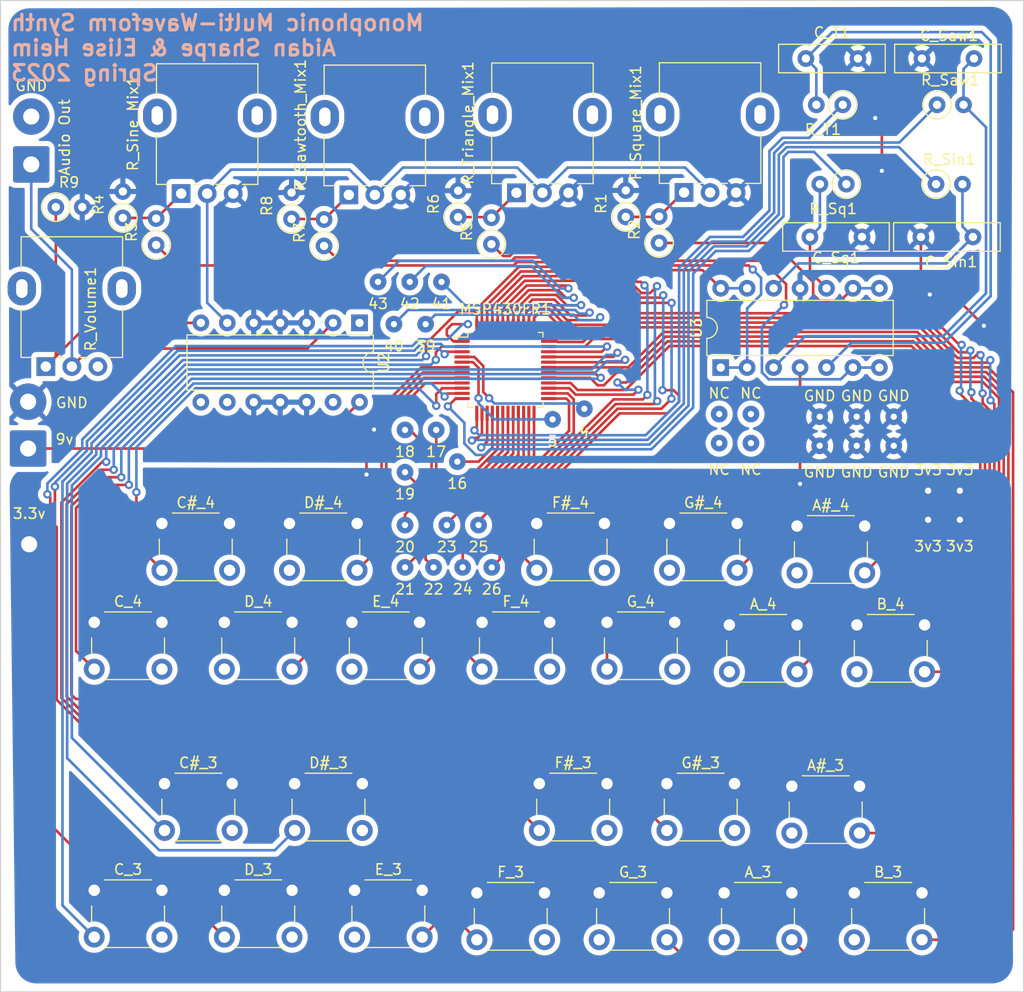
<source format=kicad_pcb>
(kicad_pcb (version 20221018) (generator pcbnew)
  (layers (0 "F.Cu" signal) (31 "B.Cu" signal) (34 "B.Paste" user) (35 "F.Paste" user) (36 "B.SilkS" user "B.Silkscreen") (37 "F.SilkS" user "F.Silkscreen") (38 "B.Mask" user) (39 "F.Mask" user) (44 "Edge.Cuts" user))
  (net 0 "")
  (net 1 "/3v3")
  (net 2 "/P2.2")
  (net 3 "/P3.6")
  (net 4 "/P2.1")
  (net 5 "/P3.5")
  (net 6 "/P2.3")
  (net 7 "/P3.7")
  (net 8 "/P1.1")
  (net 9 "/P2.5")
  (net 10 "/P1.0")
  (net 11 "/P2.4")
  (net 12 "/P1.3")
  (net 13 "/P2.7")
  (net 14 "/P1.2")
  (net 15 "/P2.6")
  (net 16 "/P1.4")
  (net 17 "/P3.0")
  (net 18 "/P1.6")
  (net 19 "/P3.2")
  (net 20 "/P1.5")
  (net 21 "/P3.1")
  (net 22 "/P2.0")
  (net 23 "/P3.4")
  (net 24 "/P1.7")
  (net 25 "/P3.3")
  (net 26 "unconnected-(MSP430FR1-TEST{slash}SBWTCK-Pad4)")
  (net 27 "/GND")
  (net 28 "unconnected-(MSP430FR1-RST{slash}NMI{slash}SBWTDIO-Pad5)")
  (net 29 "/Square_PWM")
  (net 30 "/Triangle_PWM")
  (net 31 "/Sawtooth_PWM")
  (net 32 "unconnected-(MSP430FR1-P6.6{slash}TB3CLK-Pad16)")
  (net 33 "unconnected-(MSP430FR1-P6.5{slash}TB3.6-Pad17)")
  (net 34 "unconnected-(MSP430FR1-P6.4{slash}TB3.5-Pad18)")
  (net 35 "unconnected-(MSP430FR1-P6.3{slash}TB3.4-Pad19)")
  (net 36 "unconnected-(MSP430FR1-P6.2{slash}TB3.3-Pad20)")
  (net 37 "unconnected-(MSP430FR1-P6.1{slash}TB3.2-Pad21)")
  (net 38 "unconnected-(MSP430FR1-P6.0{slash}TB3.1-Pad22)")
  (net 39 "/Sine_PWM")
  (net 40 "/UART_MSP_TX")
  (net 41 "unconnected-(MSP430FR1-P4.1{slash}UCA1CLK-Pad25)")
  (net 42 "unconnected-(MSP430FR1-P4.0{slash}UCA1STE{slash}ISOTXD{slash}ISORXD-Pad26)")
  (net 43 "unconnected-(MSP430FR1-P5.4-Pad39)")
  (net 44 "unconnected-(MSP430FR1-P5.3{slash}TB2TRG{slash}A11-Pad40)")
  (net 45 "unconnected-(MSP430FR1-P5.2{slash}TB2CLK{slash}A10-Pad41)")
  (net 46 "unconnected-(MSP430FR1-P5.1{slash}TB2.2{slash}MFM.TX{slash}A9-Pad42)")
  (net 47 "unconnected-(MSP430FR1-P5.0{slash}TB2.1{slash}MFM.RX{slash}A8-Pad43)")
  (net 48 "/UART_MSP_RX")
  (net 53 "/Mixed")
  (net 54 "/Square_Divided")
  (net 55 "/Sine_Divided")
  (net 56 "/Triangle_Divided")
  (net 57 "/Sawtooth_Divided")
  (net 58 "/9v")
  (net 59 "Net-(U2A--)")
  (net 60 "/Audio_Out")
  (net 61 "/Sawtooth_Isolated")
  (net 62 "/Sawtooth_Analog")
  (net 63 "/Triangle_Analog")
  (net 64 "/Triangle_Isolated")
  (net 65 "/Square_Isolated")
  (net 66 "/Square_Analog")
  (net 67 "/Sine_Analog")
  (net 68 "/Sine_Isolated")
  (footprint "Button_Switch_THT:SW_PUSH_6mm_H5mm" (layer "F.Cu") (at 79.25 105)
    (fp_text reference "F#_4")
    (fp_text value "SW_Push")
  )
  (footprint "Capacitor_THT:C_Disc_D10.0mm_W2.5mm_P5.00mm" (layer "F.Cu") (at 121.145 77.47 180)
    (fp_text reference "C_Sin1")
    (fp_text value "1nF" hide)
  )
  (footprint "Button_Switch_THT:SW_PUSH_6mm_H5mm" (layer "F.Cu") (at 49.25 140.25)
    (fp_text reference "D_3")
    (fp_text value "SW_Push")
  )
  (footprint "Connector_Wire:SolderWire-0.1sqmm_1x01_D0.4mm_OD1mm" (layer "F.Cu") (at 116.84 101.854)
    (fp_text reference "3v3")
    (fp_text value "SolderWire-0.1sqmm_1x01_D0.4mm_OD1mm" hide)
  )
  (footprint "Resistor_THT:R_Axial_DIN0207_L6.3mm_D2.5mm_P2.54mm_Vertical" (layer "F.Cu") (at 42.7 78.24 90)
    (fp_text reference "R3")
    (fp_text value "300k")
  )
  (footprint "Package_DIP:DIP-14_W7.62mm" (layer "F.Cu") (at 62.23 85.725 -90)
    (fp_text reference "U2")
    (fp_text value "LM1877")
  )
  (footprint "Button_Switch_THT:SW_PUSH_6mm_H5mm" (layer "F.Cu") (at 104.25 105.25)
    (fp_text reference "A#_4")
    (fp_text value "SW_Push")
  )
  (footprint "Button_Switch_THT:SW_PUSH_6mm_H5mm" (layer "F.Cu") (at 36.75 114.5)
    (fp_text reference "C_4")
    (fp_text value "SW_Push")
  )
  (footprint "Button_Switch_THT:SW_PUSH_6mm_H5mm" (layer "F.Cu") (at 61.5 114.5)
    (fp_text reference "E_4")
    (fp_text value "SW_Push")
  )
  (footprint "Resistor_THT:R_Axial_DIN0207_L6.3mm_D2.5mm_P2.54mm_Vertical" (layer "F.Cu") (at 91 78.045 90)
    (fp_text reference "R2")
    (fp_text value "300k")
  )
  (footprint "Connector_Wire:SolderWire-0.1sqmm_1x01_D0.4mm_OD1mm" (layer "F.Cu") (at 65.532 85.852)
    (fp_text reference "40")
    (fp_text value "SolderWire-0.1sqmm_1x01_D0.4mm_OD1mm" hide)
  )
  (footprint "Connector_Wire:SolderWire-0.1sqmm_1x01_D0.4mm_OD1mm" (layer "F.Cu") (at 66.6 105.156)
    (fp_text reference "20")
    (fp_text value "SolderWire-0.1sqmm_1x01_D0.4mm_OD1mm" hide)
  )
  (footprint "Potentiometer_THT:Potentiometer_Alpha_RD901F-40-00D_Single_Vertical" (layer "F.Cu") (at 45.1 73.3 90)
    (fp_text reference "R_Sine_Mix1")
    (fp_text value "R_Potentiometer_US" hide)
  )
  (footprint "Connector_Wire:SolderWire-0.1sqmm_1x01_D0.4mm_OD1mm" (layer "F.Cu") (at 109.982 94.742)
    (fp_text reference "GND")
    (fp_text value "SolderWire-0.1sqmm_1x01_D0.4mm_OD1mm" hide)
  )
  (footprint "Connector_Wire:SolderWire-0.1sqmm_1x01_D0.4mm_OD1mm" (layer "F.Cu") (at 113.538 97.536)
    (fp_text reference "GND")
    (fp_text value "SolderWire-0.1sqmm_1x01_D0.4mm_OD1mm" hide)
  )
  (footprint "Connector_Wire:SolderWire-0.1sqmm_1x01_D0.4mm_OD1mm" (layer "F.Cu") (at 106.426 97.536)
    (fp_text reference "GND")
    (fp_text value "SolderWire-0.1sqmm_1x01_D0.4mm_OD1mm" hide)
  )
  (footprint "Connector_Wire:SolderWire-0.1sqmm_1x01_D0.4mm_OD1mm" (layer "F.Cu") (at 72.136 109.22)
    (fp_text reference "24")
    (fp_text value "SolderWire-0.1sqmm_1x01_D0.4mm_OD1mm" hide)
  )
  (footprint "Resistor_THT:R_Axial_DIN0207_L6.3mm_D2.5mm_P2.54mm_Vertical" (layer "F.Cu") (at 58.825 78.33 90)
    (fp_text reference "R7")
    (fp_text value "300k")
  )
  (footprint "Connector_Wire:SolderWire-0.1sqmm_1x01_D0.4mm_OD1mm" (layer "F.Cu") (at 66.6 96.012)
    (fp_text reference "18")
    (fp_text value "SolderWire-0.1sqmm_1x01_D0.4mm_OD1mm" hide)
  )
  (footprint "Connector_Wire:SolderWire-0.1sqmm_1x01_D0.4mm_OD1mm" (layer "F.Cu") (at 109.982 97.536)
    (fp_text reference "GND")
    (fp_text value "SolderWire-0.1sqmm_1x01_D0.4mm_OD1mm" hide)
  )
  (footprint "Connector_Wire:SolderWire-0.1sqmm_1x01_D0.4mm_OD1mm" (layer "F.Cu") (at 116.84 104.648)
    (fp_text reference "3v3")
    (fp_text value "SolderWire-0.1sqmm_1x01_D0.4mm_OD1mm" hide)
  )
  (footprint "Package_DIP:DIP-14_W7.62mm" (layer "F.Cu") (at 96.92 90.02 90)
    (fp_text reference "U3")
    (fp_text value "LMC6484")
  )
  (footprint "Button_Switch_THT:SW_PUSH_6mm_H5mm" (layer "F.Cu") (at 79.5 130)
    (fp_text reference "F#_3")
    (fp_text value "SW_Push")
  )
  (footprint "Connector_Wire:SolderWire-0.1sqmm_1x01_D0.4mm_OD1mm" (layer "F.Cu") (at 71.628 99.06)
    (fp_text reference "16")
    (fp_text value "SolderWire-0.1sqmm_1x01_D0.4mm_OD1mm" hide)
  )
  (footprint "Connector_Wire:SolderWire-0.1sqmm_1x01_D0.4mm_OD1mm" (layer "F.Cu") (at 99.822 94.488)
    (fp_text reference "NC")
    (fp_text value "SolderWire-0.1sqmm_1x01_D0.4mm_OD1mm" hide)
  )
  (footprint "Connector_Wire:SolderWire-0.1sqmm_1x01_D0.4mm_OD1mm" (layer "F.Cu") (at 70.104 81.788)
    (fp_text reference "41")
    (fp_text value "SolderWire-0.1sqmm_1x01_D0.4mm_OD1mm" hide)
  )
  (footprint "Connector_Wire:SolderWire-0.1sqmm_1x01_D0.4mm_OD1mm" (layer "F.Cu") (at 64.008 81.788)
    (fp_text reference "43")
    (fp_text value "SolderWire-0.1sqmm_1x01_D0.4mm_OD1mm" hide)
  )
  (footprint "Button_Switch_THT:SW_PUSH_6mm_H5mm" (layer "F.Cu") (at 97.25 140.5)
    (fp_text reference "A_3")
    (fp_text value "SW_Push")
  )
  (footprint "Capacitor_THT:C_Disc_D10.0mm_W2.5mm_P5.00mm" (layer "F.Cu") (at 121.245 60.325 180)
    (fp_text reference "C_Saw1")
    (fp_text value "1nF" hide)
  )
  (footprint "Resistor_THT:R_Axial_DIN0207_L6.3mm_D2.5mm_P2.54mm_Vertical" (layer "F.Cu") (at 108.985 72.395 180)
    (fp_text reference "R_Sq1")
    (fp_text value "8.2k")
  )
  (footprint "Button_Switch_THT:SW_PUSH_6mm_H5mm" (layer "F.Cu") (at 109.75 140.5)
    (fp_text reference "B_3")
    (fp_text value "SW_Push")
  )
  (footprint "Potentiometer_THT:Potentiometer_Alpha_RD901F-40-00D_Single_Vertical" (layer "F.Cu") (at 77.3 73.225 90)
    (fp_text reference "R_Triangle_Mix1")
    (fp_text value "R_Potentiometer_US" hide)
  )
  (footprint "Button_Switch_THT:SW_PUSH_6mm_H5mm" (layer "F.Cu") (at 91.75 130)
    (fp_text reference "G#_3")
    (fp_text value "SW_Push")
  )
  (footprint "Button_Switch_THT:SW_PUSH_6mm_H5mm" (layer "F.Cu") (at 97.75 114.75)
    (fp_text reference "A_4")
    (fp_text value "SW_Push")
  )
  (footprint "Button_Switch_THT:SW_PUSH_6mm_H5mm" (layer "F.Cu") (at 85.25 140.5)
    (fp_text reference "G_3")
    (fp_text value "SW_Push")
  )
  (footprint "Connector_Wire:SolderWire-0.1sqmm_1x01_D0.4mm_OD1mm" (layer "F.Cu") (at 83.82 93.98)
    (fp_text reference "4")
    (fp_text value "SolderWire-0.1sqmm_1x01_D0.4mm_OD1mm" hide)
  )
  (footprint "Button_Switch_THT:SW_PUSH_6mm_H5mm" (layer "F.Cu") (at 73.5 140.5)
    (fp_text reference "F_3")
    (fp_text value "SW_Push")
  )
  (footprint "Connector_Wire:SolderWire-0.75sqmm_1x01_D1.25mm_OD3.5mm" (layer "F.Cu") (at 30.7 65.9)
    (fp_text reference "GND")
    (fp_text value "SolderWire-0.75sqmm_1x01_D1.25mm_OD3.5mm" hide)
  )
  (footprint "Connector_Wire:SolderWire-0.1sqmm_1x01_D0.4mm_OD1mm" (layer "F.Cu") (at 106.426 94.742)
    (fp_text reference "GND")
    (fp_text value "SolderWire-0.1sqmm_1x01_D0.4mm_OD1mm" hide)
  )
  (footprint "Connector_Wire:SolderWire-0.1sqmm_1x01_D0.4mm_OD1mm" (layer "F.Cu") (at 96.774 94.488)
    (fp_text reference "NC")
    (fp_text value "SolderWire-0.1sqmm_1x01_D0.4mm_OD1mm" hide)
  )
  (footprint "Button_Switch_THT:SW_PUSH_6mm_H5mm" (layer "F.Cu") (at 55.5 105)
    (fp_text reference "D#_4")
    (fp_text value "SW_Push")
  )
  (footprint "Button_Switch_THT:SW_PUSH_6mm_H5mm" (layer "F.Cu") (at 61.75 140.25)
    (fp_text reference "E_3")
    (fp_text value "SW_Push")
  )
  (footprint "Connector_Wire:SolderWire-0.1sqmm_1x01_D0.4mm_OD1mm" (layer "F.Cu") (at 66.6 100.076)
    (fp_text reference "19")
    (fp_text value "SolderWire-0.1sqmm_1x01_D0.4mm_OD1mm" hide)
  )
  (footprint "Connector_Wire:SolderWire-0.1sqmm_1x01_D0.4mm_OD1mm" (layer "F.Cu") (at 119.888 104.648)
    (fp_text reference "3v3")
    (fp_text value "SolderWire-0.1sqmm_1x01_D0.4mm_OD1mm" hide)
  )
  (footprint "Connector_Wire:SolderWire-0.1sqmm_1x01_D0.4mm_OD1mm" (layer "F.Cu") (at 70.612 105.156)
    (fp_text reference "23")
    (fp_text value "SolderWire-0.1sqmm_1x01_D0.4mm_OD1mm" hide)
  )
  (footprint "Connector_Wire:SolderWire-0.1sqmm_1x01_D0.4mm_OD1mm" (layer "F.Cu") (at 74.93 109.22)
    (fp_text reference "26")
    (fp_text value "SolderWire-0.1sqmm_1x01_D0.4mm_OD1mm" hide)
  )
  (footprint "Resistor_THT:R_Axial_DIN0207_L6.3mm_D2.5mm_P2.54mm_Vertical" (layer "F.Cu") (at 55.7 75.745 90)
    (fp_text reference "R8")
    (fp_text value "100k")
  )
  (footprint "Resistor_THT:R_Axial_DIN0207_L6.3mm_D2.5mm_P2.54mm_Vertical" (layer "F.Cu") (at 117.7 64.77)
    (fp_text reference "R_Saw1")
    (fp_text value "8.2k")
  )
  (footprint "Resistor_THT:R_Axial_DIN0207_L6.3mm_D2.5mm_P2.54mm_Vertical" (layer "F.Cu") (at 117.6 72.4)
    (fp_text reference "R_Sin1")
    (fp_text value "8.2k")
  )
  (footprint "Resistor_THT:R_Axial_DIN0207_L6.3mm_D2.5mm_P2.54mm_Vertical" (layer "F.Cu") (at 87.8 75.54 90)
    (fp_text reference "R1")
    (fp_text value "100k")
  )
  (footprint "Resistor_THT:R_Axial_DIN0207_L6.3mm_D2.5mm_P2.54mm_Vertical" (layer "F.Cu") (at 108.645 64.77 180)
    (fp_text reference "R_T1")
    (fp_text value "8.2k")
  )
  (footprint "Button_Switch_THT:SW_PUSH_6mm_H5mm" (layer "F.Cu") (at 86 114.5)
    (fp_text reference "G_4")
    (fp_text value "SW_Push")
  )
  (footprint "Capacitor_THT:C_Disc_D10.0mm_W2.5mm_P5.00mm" (layer "F.Cu") (at 105.1 60.325)
    (fp_text reference "C_T1")
    (fp_text value "1nF" hide)
  )
  (footprint "Resistor_THT:R_Axial_DIN0207_L6.3mm_D2.5mm_P2.54mm_Vertical" (layer "F.Cu") (at 71.7 75.565 90)
    (fp_text reference "R6")
    (fp_text value "100k")
  )
  (footprint "Package_QFP:LQFP-48_7x7mm_P0.5mm" (layer "F.Cu") (at 76.24 90.25)
    (fp_text reference "MSP430FR1")
    (fp_text value "~")
  )
  (footprint "Connector_Wire:SolderWire-0.1sqmm_1x01_D0.4mm_OD1mm" (layer "F.Cu") (at 67.056 81.788)
    (fp_text reference "42")
    (fp_text value "SolderWire-0.1sqmm_1x01_D0.4mm_OD1mm" hide)
  )
  (footprint "Button_Switch_THT:SW_PUSH_6mm_H5mm" (layer "F.Cu") (at 92 105)
    (fp_text reference "G#_4")
    (fp_text value "SW_Push")
  )
  (footprint "Button_Switch_THT:SW_PUSH_6mm_H5mm" (layer "F.Cu") (at 56 130)
    (fp_text reference "D#_3")
    (fp_text value "SW_Push")
  )
  (footprint "Potentiometer_THT:Potentiometer_Alpha_RD901F-40-00D_Single_Vertical" (layer "F.Cu") (at 32.1 89.925 90)
    (fp_text reference "R_Volume1")
    (fp_text value "R_Potentiometer_US")
  )
  (footprint "Resistor_THT:R_Axial_DIN0207_L6.3mm_D2.5mm_P2.54mm_Vertical" (layer "F.Cu") (at 39.5 75.64 90)
    (fp_text reference "R4")
    (fp_text value "100k")
  )
  (footprint "Connector_Wire:SolderWire-0.75sqmm_1x01_D1.25mm_OD3.5mm" (layer "F.Cu") (at 30.7 70.5)
    (fp_text reference "Audio Out")
    (fp_text value "SolderWire-0.75sqmm_1x01_D1.25mm_OD3.5mm" hide)
  )
  (footprint "Connector_Wire:SolderWire-0.75sqmm_1x01_D1.25mm_OD3.5mm" (layer "F.Cu") (at 30.4 93.3)
    (fp_text reference "GND")
    (fp_text value "SolderWire-0.75sqmm_1x01_D1.25mm_OD3.5mm" hide)
  )
  (footprint "Button_Switch_THT:SW_PUSH_6mm_H5mm" (layer "F.Cu") (at 43.5 130)
    (fp_text reference "C#_3")
    (fp_text value "SW_Push")
  )
  (footprint "Potentiometer_THT:Potentiometer_Alpha_RD901F-40-00D_Single_Vertical" (layer "F.Cu") (at 93.4 73.2 90)
    (fp_text reference "P_Square_Mix1")
    (fp_text value "R_Potentiometer_US" hide)
  )
  (footprint "Button_Switch_THT:SW_PUSH_6mm_H5mm" (layer "F.Cu") (at 103.75 130.25)
    (fp_text reference "A#_3")
    (fp_text value "SW_Push")
  )
  (footprint "Button_Switch_THT:SW_PUSH_6mm_H5mm" (layer "F.Cu") (at 110 114.75)
    (fp_text reference "B_4")
    (fp_text value "SW_Push")
  )
  (footprint "Connector_Wire:SolderWire-0.1sqmm_1x01_D0.4mm_OD1mm" (layer "F.Cu") (at 119.888 101.854)
    (fp_text reference "3v3")
    (fp_text value "SolderWire-0.1sqmm_1x01_D0.4mm_OD1mm" hide)
  )
  (footprint "Potentiometer_THT:Potentiometer_Alpha_RD901F-40-00D_Single_Vertical" (layer "F.Cu") (at 61.2 73.425 90)
    (fp_text reference "R_Sawtooth_Mix1")
    (fp_text value "R_Potentiometer_US" hide)
  )
  (footprint "Button_Switch_THT:SW_PUSH_6mm_H5mm" (layer "F.Cu") (at 36.75 140.25)
    (fp_text reference "C_3")
    (fp_text value "SW_Push")
  )
  (footprint "Button_Switch_THT:SW_PUSH_6mm_H5mm" (layer "F.Cu") (at 49.25 114.5)
    (fp_text reference "D_4")
    (fp_text value "SW_Push")
  )
  (footprint "Connector_Wire:SolderWire-0.1sqmm_1x01_D0.4mm_OD1mm" (layer "F.Cu") (at 113.538 94.742)
    (fp_text reference "GND")
    (fp_text value "SolderWire-0.1sqmm_1x01_D0.4mm_OD1mm" hide)
  )
  (footprint "Connector_Wire:SolderWire-0.75sqmm_1x01_D1.25mm_OD3.5mm" (layer "F.Cu") (at 30.5 107)
    (fp_text reference "3.3v")
    (fp_text value "SolderWire-0.75sqmm_1x01_D1.25mm_OD3.5mm" hide)
  )
  (footprint "Resistor_THT:R_Axial_DIN0207_L6.3mm_D2.5mm_P2.54mm_Vertical" (layer "F.Cu") (at 33.06 74.6)
    (fp_text reference "R9")
    (fp_text value "100k")
  )
  (footprint "Connector_Wire:SolderWire-0.1sqmm_1x01_D0.4mm_OD1mm" (layer "F.Cu") (at 69.342 109.22)
    (fp_text reference "22")
    (fp_text value "SolderWire-0.1sqmm_1x01_D0.4mm_OD1mm" hide)
  )
  (footprint "Connector_Wire:SolderWire-0.1sqmm_1x01_D0.4mm_OD1mm" (layer "F.Cu") (at 80.772 94.996)
    (fp_text reference "5")
    (fp_text value "SolderWire-0.1sqmm_1x01_D0.4mm_OD1mm" hide)
  )
  (footprint "Capacitor_THT:C_Disc_D10.0mm_W2.5mm_P5.00mm" (layer "F.Cu") (at 105.49 77.47)
    (fp_text reference "C_Sq1")
    (fp_text value "1nF" hide)
  )
  (footprint "Button_Switch_THT:SW_PUSH_6mm_H5mm" (layer "F.Cu") (at 43.25 105)
    (fp_text reference "C#_4")
    (fp_text value "SW_Push")
  )
  (footprint "Connector_Wire:SolderWire-0.1sqmm_1x01_D0.4mm_OD1mm" (layer "F.Cu") (at 73.66 105.156)
    (fp_text reference "25")
    (fp_text value "SolderWire-0.1sqmm_1x01_D0.4mm_OD1mm" hide)
  )
  (footprint "Connector_Wire:SolderWire-0.1sqmm_1x01_D0.4mm_OD1mm" (layer "F.Cu") (at 68.58 85.852)
    (fp_text reference "39")
    (fp_text value "SolderWire-0.1sqmm_1x01_D0.4mm_OD1mm" hide)
  )
  (footprint "Button_Switch_THT:SW_PUSH_6mm_H5mm" (layer "F.Cu") (at 74 114.5)
    (fp_text reference "F_4")
    (fp_text value "SW_Push")
  )
  (footprint "Resistor_THT:R_Axial_DIN0207_L6.3mm_D2.5mm_P2.54mm_Vertical" (layer "F.Cu") (at 74.9 78.165 90)
    (fp_text reference "R5")
    (fp_text value "300k")
  )
  (footprint "Connector_Wire:SolderWire-0.75sqmm_1x01_D1.25mm_OD3.5mm" (layer "F.Cu") (at 30.4 97.8)
    (fp_text reference "9v")
    (fp_text value "SolderWire-0.75sqmm_1x01_D1.25mm_OD3.5mm" hide)
  )
  (footprint "Connector_Wire:SolderWire-0.1sqmm_1x01_D0.4mm_OD1mm" (layer "F.Cu") (at 69.596 96.012)
    (fp_text reference "17")
    (fp_text value "SolderWire-0.1sqmm_1x01_D0.4mm_OD1mm" hide)
  )
  (footprint "Connector_Wire:SolderWire-0.1sqmm_1x01_D0.4mm_OD1mm" (layer "F.Cu") (at 66.6 109.22)
    (fp_text reference "21")
    (fp_text value "SolderWire-0.1sqmm_1x01_D0.4mm_OD1mm" hide)
  )
  (footprint "Connector_Wire:SolderWire-0.1sqmm_1x01_D0.4mm_OD1mm" (layer "F.Cu") (at 96.774 97.282)
    (fp_text reference "NC")
    (fp_text value "SolderWire-0.1sqmm_1x01_D0.4mm_OD1mm" hide)
  )
  (footprint "Connector_Wire:SolderWire-0.1sqmm_1x01_D0.4mm_OD1mm" (layer "F.Cu") (at 99.822 97.282)
    (fp_text reference "NC")
    (fp_text value "SolderWire-0.1sqmm_1x01_D0.4mm_OD1mm" hide)
  )
  (gr_rect (start 27.75 54.75) (end 126 150) (stroke (width 0.1)) (fill none) (layer "Edge.Cuts"))
  (gr_text "Monophonic Multi-Waveform Synth\nAidan Sharpe & Elise Heim\nSpring 2023" (at 28.6 62.6) (layer "B.SilkS") (effects (font (size 1.5 1.5) (thickness 0.3) bold) (justify right bottom mirror)))
  (segment (start 62.9005 95.263104) (end 62.9005 95.686847) (width 0.25) (layer "F.Cu") (net 1))
  (segment (start 68.163604 90) (end 62.9005 95.263104) (width 0.25) (layer "F.Cu") (net 1))
  (segment (start 104.54 90.02) (end 104.54 101.2) (width 0.25) (layer "F.Cu") (net 1))
  (segment (start 72.0775 90) (end 68.163604 90) (width 0.25) (layer "F.Cu") (net 1))
  (segment (start 62.9005 100.3005) (end 62.9005 95.674195) (width 0.25) (layer "F.Cu") (net 1))
  (via (at 62.9005 100.3005) (size 0.8) (drill 0.4) (layers "F.Cu" "B.Cu") (net 1))
  (via (at 104.54 101.2) (size 0.8) (drill 0.4) (layers "F.Cu" "B.Cu") (net 1))
  (segment (start 121.45 134.75) (end 110.25 134.75) (width 0.25) (layer "F.Cu") (net 2))
  (segment (start 91.996676 87.95) (end 115.240812 87.95) (width 0.25) (layer "F.Cu") (net 2))
  (segment (start 123.65 92.959188) (end 123.65 132.55) (width 0.25) (layer "F.Cu") (net 2))
  (segment (start 82.5 91.5) (end 83.175 92.175) (width 0.25) (layer "F.Cu") (net 2))
  (segment (start 115.240812 87.95) (end 118.690812 91.4) (width 0.25) (layer "F.Cu") (net 2))
  (segment (start 87.771676 92.175) (end 91.996676 87.95) (width 0.25) (layer "F.Cu") (net 2))
  (segment (start 122.090812 91.4) (end 123.65 92.959188) (width 0.25) (layer "F.Cu") (net 2))
  (segment (start 87.425 92.175) (end 87.771676 92.175) (width 0.25) (layer "F.Cu") (net 2))
  (segment (start 80.33 91.5) (end 82.5 91.5) (width 0.25) (layer "F.Cu") (net 2))
  (segment (start 83.175 92.175) (end 87.425 92.175) (width 0.25) (layer "F.Cu") (net 2))
  (segment (start 123.65 132.55) (end 121.45 134.75) (width 0.25) (layer "F.Cu") (net 2))
  (segment (start 118.690812 91.4) (end 122.090812 91.4) (width 0.25) (layer "F.Cu") (net 2))
  (segment (start 121.875837 88.8255) (end 121.62333 88.572993) (width 0.25) (layer "F.Cu") (net 3))
  (segment (start 83.707145 87.56) (end 81.265685 87.56) (width 0.25) (layer "F.Cu") (net 3))
  (segment (start 122.0755 93.434591) (end 122.75 94.109091) (width 0.25) (layer "F.Cu") (net 3))
  (segment (start 122.75 107.086396) (end 121.386396 108.45) (width 0.25) (layer "F.Cu") (net 3))
  (segment (start 81.205685 87.5) (end 80.33 87.5) (width 0.25) (layer "F.Cu") (net 3))
  (segment (start 121.62333 88.572993) (end 121.62333 88.675805) (width 0.25) (layer "F.Cu") (net 3))
  (segment (start 122.0755 92.50015) (end 122.0755 93.434591) (width 0.25) (layer "F.Cu") (net 3))
  (segment (start 116.262359 85.7) (end 88.072884 85.7) (width 0.25) (layer "F.Cu") (net 3))
  (segment (start 84.442145 86.825) (end 83.707145 87.56) (width 0.25) (layer "F.Cu") (net 3))
  (segment (start 88.072884 85.7) (end 86.947884 86.825) (width 0.25) (layer "F.Cu") (net 3))
  (segment (start 121.62333 88.675805) (end 121.198635 89.1005) (width 0.25) (layer "F.Cu") (net 3))
  (segment (start 121.386396 108.45) (end 112.05 108.45) (width 0.25) (layer "F.Cu") (net 3))
  (segment (start 119.662859 89.1005) (end 116.262359 85.7) (width 0.25) (layer "F.Cu") (net 3))
  (segment (start 122.75 94.109091) (end 122.75 107.086396) (width 0.25) (layer "F.Cu") (net 3))
  (segment (start 81.265685 87.56) (end 81.205685 87.5) (width 0.25) (layer "F.Cu") (net 3))
  (segment (start 121.198635 89.1005) (end 119.662859 89.1005) (width 0.25) (layer "F.Cu") (net 3))
  (segment (start 86.947884 86.825) (end 84.442145 86.825) (width 0.25) (layer "F.Cu") (net 3))
  (segment (start 112.05 108.45) (end 110.75 109.75) (width 0.25) (layer "F.Cu") (net 3))
  (via (at 122.0755 92.50015) (size 0.8) (drill 0.4) (layers "F.Cu" "B.Cu") (net 3))
  (via (at 121.875837 88.8255) (size 0.8) (drill 0.4) (layers "F.Cu" "B.Cu") (net 3))
  (segment (start 122 92.42465) (end 122 88.949663) (width 0.25) (layer "B.Cu") (net 3))
  (segment (start 122 88.949663) (end 121.875837 88.8255) (width 0.25) (layer "B.Cu") (net 3))
  (segment (start 122.0755 92.50015) (end 122 92.42465) (width 0.25) (layer "B.Cu") (net 3))
  (segment (start 124.55 143.65) (end 124.55 92.586396) (width 0.25) (layer "F.Cu") (net 4))
  (segment (start 107.15 148.4) (end 119.8 148.4) (width 0.25) (layer "F.Cu") (net 4))
  (segment (start 119.8 148.4) (end 124.55 143.65) (width 0.25) (layer "F.Cu") (net 4))
  (segment (start 84.384695 91.01) (end 80.33 91.01) (width 0.25) (layer "F.Cu") (net 4))
  (segment (start 88.183231 90.490653) (end 86.933945 90.490653) (width 0.25) (layer "F.Cu") (net 4))
  (segment (start 91.623884 87.05) (end 88.183231 90.490653) (width 0.25) (layer "F.Cu") (net 4))
  (segment (start 115.613604 87.05) (end 91.623884 87.05) (width 0.25) (layer "F.Cu") (net 4))
  (segment (start 85.099695 91.725) (end 84.384695 91.01) (width 0.25) (layer "F.Cu") (net 4))
  (segment (start 103.75 145) (end 107.15 148.4) (width 0.25) (layer "F.Cu") (net 4))
  (segment (start 85.699598 91.725) (end 85.099695 91.725) (width 0.25) (layer "F.Cu") (net 4))
  (segment (start 124.55 92.586396) (end 122.414104 90.4505) (width 0.25) (layer "F.Cu") (net 4))
  (segment (start 86.933945 90.490653) (end 85.699598 91.725) (width 0.25) (layer "F.Cu") (net 4))
  (segment (start 122.414104 90.4505) (end 119.014104 90.4505) (width 0.25) (layer "F.Cu") (net 4))
  (segment (start 119.014104 90.4505) (end 115.613604 87.05) (width 0.25) (layer "F.Cu") (net 4))
  (segment (start 121.2 108) (end 109.8 108) (width 0.25) (layer "F.Cu") (net 5))
  (segment (start 120.714732 88.559098) (end 119.757853 88.559098) (width 0.25) (layer "F.Cu") (net 5))
  (segment (start 122.3 106.9) (end 121.2 108) (width 0.25) (layer "F.Cu") (net 5))
  (segment (start 122.3 94.295487) (end 122.3 106.9) (width 0.25) (layer "F.Cu") (net 5))
  (segment (start 80.264 84.836) (end 79.400396 84.836) (width 0.25) (layer "F.Cu") (net 5))
  (segment (start 107.2 110.6) (end 107.2 116.3) (width 0.25) (layer "F.Cu") (net 5))
  (segment (start 121 92.4) (end 121 92.995487) (width 0.25) (layer "F.Cu") (net 5))
  (segment (start 121 92.995487) (end 122.3 94.295487) (width 0.25) (layer "F.Cu") (net 5))
  (segment (start 81.788 86.36) (end 80.264 84.836) (width 0.25) (layer "F.Cu") (net 5))
  (segment (start 107.2 116.3) (end 104.25 119.25) (width 0.25) (layer "F.Cu") (net 5))
  (segment (start 109.8 108) (end 107.2 110.6) (width 0.25) (layer "F.Cu") (net 5))
  (segment (start 86.776488 86.36) (end 81.788 86.36) (width 0.25) (layer "F.Cu") (net 5))
  (segment (start 79 85.236396) (end 79 86.16) (width 0.25) (layer "F.Cu") (net 5))
  (segment (start 119.757853 88.559098) (end 116.448755 85.25) (width 0.25) (layer "F.Cu") (net 5))
  (segment (start 120.89833 88.3755) (end 120.714732 88.559098) (width 0.25) (layer "F.Cu") (net 5))
  (segment (start 87.886488 85.25) (end 86.776488 86.36) (width 0.25) (layer "F.Cu") (net 5))
  (segment (start 79.400396 84.836) (end 79 85.236396) (width 0.25) (layer "F.Cu") (net 5))
  (segment (start 116.448755 85.25) (end 87.886488 85.25) (width 0.25) (layer "F.Cu") (net 5))
  (via (at 120.89833 88.3755) (size 0.8) (drill 0.4) (layers "F.Cu" "B.Cu") (net 5))
  (via (at 121 92.4) (size 0.8) (drill 0.4) (layers "F.Cu" "B.Cu") (net 5))
  (segment (start 121 92.4) (end 120.89833 92.29833) (width 0.25) (layer "B.Cu") (net 5))
  (segment (start 120.89833 92.29833) (end 120.89833 88.3755) (width 0.25) (layer "B.Cu") (net 5))
  (segment (start 87.85978 91.4505) (end 91.81028 87.5) (width 0.25) (layer "F.Cu") (net 6))
  (segment (start 124.1 92.772792) (end 124.1 143.3) (width 0.25) (layer "F.Cu") (net 6))
  (segment (start 91.81028 87.5) (end 115.427208 87.5) (width 0.25) (layer "F.Cu") (net 6))
  (segment (start 115.427208 87.5) (end 118.827708 90.9005) (width 0.25) (layer "F.Cu") (net 6))
  (segment (start 82.988604 92.625) (end 82.373604 92.01) (width 0.25) (layer "F.Cu") (net 6))
  (segment (start 122.4 145) (end 116.25 145) (width 0.25) (layer "F.Cu") (net 6))
  (segment (start 82.373604 92.01) (end 80.33 92.01) (width 0.25) (layer "F.Cu") (net 6))
  (segment (start 124.1 143.3) (end 122.4 145) (width 0.25) (layer "F.Cu") (net 6))
  (segment (start 122.227708 90.9005) (end 124.1 92.772792) (width 0.25) (layer "F.Cu") (net 6))
  (segment (start 89.009374 92.148961) (end 88.533335 92.625) (width 0.25) (layer "F.Cu") (net 6))
  (segment (start 88.533335 92.625) (end 82.988604 92.625) (width 0.25) (layer "F.Cu") (net 6))
  (segment (start 118.827708 90.9005) (end 122.227708 90.9005) (width 0.25) (layer "F.Cu") (net 6))
  (segment (start 86.999403 91.4505) (end 87.85978 91.4505) (width 0.25) (layer "F.Cu") (net 6))
  (via (at 89.009374 92.148961) (size 0.8) (drill 0.4) (layers "F.Cu" "B.Cu") (net 6))
  (via (at 86.999403 91.4505) (size 0.8) (drill 0.4) (layers "F.Cu" "B.Cu") (net 6))
  (segment (start 87.697864 92.148961) (end 86.999403 91.4505) (width 0.25) (layer "B.Cu") (net 6))
  (segment (start 89.009374 92.148961) (end 87.697864 92.148961) (width 0.25) (layer "B.Cu") (net 6))
  (segment (start 84.628541 87.275) (end 83.893541 88.01) (width 0.25) (layer "F.Cu") (net 7))
  (segment (start 119.476463 89.5505) (end 116.075963 86.15) (width 0.25) (layer "F.Cu") (net 7))
  (segment (start 123.2 117.8) (end 121.75 119.25) (width 0.25) (layer "F.Cu") (net 7))
  (segment (start 123.2 93.533786) (end 123.2 117.8) (width 0.25) (layer "F.Cu") (net 7))
  (segment (start 116.075963 86.15) (end 88.25928 86.15) (width 0.25) (layer "F.Cu") (net 7))
  (segment (start 122.810632 89.306794) (end 122.566926 89.5505) (width 0.25) (layer "F.Cu") (net 7))
  (segment (start 87.13428 87.275) (end 84.628541 87.275) (width 0.25) (layer "F.Cu") (net 7))
  (segment (start 88.25928 86.15) (end 87.13428 87.275) (width 0.25) (layer "F.Cu") (net 7))
  (segment (start 121.75 119.25) (end 116.5 119.25) (width 0.25) (layer "F.Cu") (net 7))
  (segment (start 83.893541 88.01) (end 80.33 88.01) (width 0.25) (layer "F.Cu") (net 7))
  (segment (start 122.566926 89.5505) (end 119.476463 89.5505) (width 0.25) (layer "F.Cu") (net 7))
  (segment (start 122.833107 93.166893) (end 123.2 93.533786) (width 0.25) (layer "F.Cu") (net 7))
  (via (at 122.833107 93.166893) (size 0.8) (drill 0.4) (layers "F.Cu" "B.Cu") (net 7))
  (via (at 122.810632 89.306794) (size 0.8) (drill 0.4) (layers "F.Cu" "B.Cu") (net 7))
  (segment (start 122.8 89.341785) (end 122.8 93.133786) (width 0.25) (layer "B.Cu") (net 7))
  (segment (start 122.8 93.133786) (end 122.833107 93.166893) (width 0.25) (layer "B.Cu") (net 7))
  (segment (start 70.099195 88.01) (end 72.15 88.01) (width 0.25) (layer "F.Cu") (net 8))
  (segment (start 69.559571 89.2755) (end 69.559571 88.549624) (width 0.25) (layer "F.Cu") (net 8))
  (segment (start 69.559571 88.549624) (end 70.099195 88.01) (width 0.25) (layer "F.Cu") (net 8))
  (via (at 69.559571 89.2755) (size 0.8) (drill 0.4) (layers "F.Cu" "B.Cu") (net 8))
  (segment (start 37.4 97.8) (end 37.4 98.55836) (width 0.25) (layer "B.Cu") (net 8))
  (segment (start 69.559571 89.2755) (end 69.085071 89.75) (width 0.25) (layer "B.Cu") (net 8))
  (segment (start 69.085071 89.75) (end 45.45 89.75) (width 0.25) (layer "B.Cu") (net 8))
  (segment (start 34.6 101.35836) (end 34.6 125.6) (width 0.25) (layer "B.Cu") (net 8))
  (segment (start 34.6 125.6) (end 43.5 134.5) (width 0.25) (layer "B.Cu") (net 8))
  (segment (start 37.4 98.55836) (end 34.6 101.35836) (width 0.25) (layer "B.Cu") (net 8))
  (segment (start 45.45 89.75) (end 37.4 97.8) (width 0.25) (layer "B.Cu") (net 8))
  (segment (start 40.8 102) (end 40.8 107) (width 0.25) (layer "F.Cu") (net 9))
  (segment (start 70.164695 92.01) (end 72.15 92.01) (width 0.25) (layer "F.Cu") (net 9))
  (segment (start 69.6 92.574695) (end 70.164695 92.01) (width 0.25) (layer "F.Cu") (net 9))
  (segment (start 40.8 107) (end 43.25 109.45) (width 0.25) (layer "F.Cu") (net 9))
  (segment (start 69.6 93.692698) (end 69.6 92.574695) (width 0.25) (layer "F.Cu") (net 9))
  (segment (start 43.25 109.45) (end 43.25 109.5) (width 0.25) (layer "F.Cu") (net 9))
  (via (at 69.6 93.692698) (size 0.8) (drill 0.4) (layers "F.Cu" "B.Cu") (net 9))
  (via (at 40.8 102) (size 0.8) (drill 0.4) (layers "F.Cu" "B.Cu") (net 9))
  (segment (start 40.8 97.672792) (end 46.472792 92) (width 0.25) (layer "B.Cu") (net 9))
  (segment (start 67.907302 92) (end 69.6 93.692698) (width 0.25) (layer "B.Cu") (net 9))
  (segment (start 40.8 102) (end 40.8 97.672792) (width 0.25) (layer "B.Cu") (net 9))
  (segment (start 46.472792 92) (end 67.907302 92) (width 0.25) (layer "B.Cu") (net 9))
  (segment (start 70.6345 88.5) (end 72.15 88.5) (width 0.25) (layer "F.Cu") (net 10))
  (segment (start 70.4 88.7345) (end 70.6345 88.5) (width 0.25) (layer "F.Cu") (net 10))
  (via (at 70.4 88.7345) (size 0.8) (drill 0.4) (layers "F.Cu" "B.Cu") (net 10))
  (segment (start 33.7 141.7) (end 36.75 144.75) (width 0.25) (layer "B.Cu") (net 10))
  (segment (start 69.8645 88.199) (end 68.323611 88.199) (width 0.25) (layer "B.Cu") (net 10))
  (segment (start 67.672611 88.85) (end 44.95 88.85) (width 0.25) (layer "B.Cu") (net 10))
  (segment (start 33.7 100.985568) (end 33.7 141.7) (width 0.25) (layer "B.Cu") (net 10))
  (segment (start 44.95 88.85) (end 36.5 97.3) (width 0.25) (layer "B.Cu") (net 10))
  (segment (start 70.4 88.7345) (end 69.8645 88.199) (width 0.25) (layer "B.Cu") (net 10))
  (segment (start 36.5 97.3) (end 36.5 98.185568) (width 0.25) (layer "B.Cu") (net 10))
  (segment (start 36.5 98.185568) (end 33.7 100.985568) (width 0.25) (layer "B.Cu") (net 10))
  (segment (start 68.323611 88.199) (end 67.672611 88.85) (width 0.25) (layer "B.Cu") (net 10))
  (segment (start 37.22945 101.293245) (end 35 103.522695) (width 0.25) (layer "F.Cu") (net 11))
  (segment (start 70.69 92.51) (end 72.15 92.51) (width 0.25) (layer "F.Cu") (net 11))
  (segment (start 35 117.25) (end 36.75 119) (width 0.25) (layer "F.Cu") (net 11))
  (segment (start 70.4 92.8) (end 70.69 92.51) (width 0.25) (layer "F.Cu") (net 11))
  (segment (start 35 103.522695) (end 35 117.25) (width 0.25) (layer "F.Cu") (net 11))
  (segment (start 40.0755 101.293245) (end 37.22945 101.293245) (width 0.25) (layer "F.Cu") (net 11))
  (via (at 70.4 92.8) (size 0.8) (drill 0.4) (layers "F.Cu" "B.Cu") (net 11))
  (via (at 40.0755 101.293245) (size 0.8) (drill 0.4) (layers "F.Cu" "B.Cu") (net 11))
  (segment (start 69.15 91.55) (end 70.4 92.8) (width 0.25) (layer "B.Cu") (net 11))
  (segment (start 46.286396 91.55) (end 69.15 91.55) (width 0.25) (layer "B.Cu") (net 11))
  (segment (start 40.0755 101.293245) (end 40.0755 97.760896) (width 0.25) (layer "B.Cu") (net 11))
  (segment (start 40.0755 97.760896) (end 46.286396 91.55) (width 0.25) (layer "B.Cu") (net 11))
  (segment (start 68.403391 88.924) (end 68.623916 88.924) (width 0.25) (layer "F.Cu") (net 12))
  (segment (start 68.623916 88.924) (end 68.623916 88.791307) (width 0.25) (layer "F.Cu") (net 12))
  (segment (start 73.2 84.6) (end 73.49 84.89) (width 0.25) (layer "F.Cu") (net 12))
  (segment (start 68.623916 87.711688) (end 71.735604 84.6) (width 0.25) (layer "F.Cu") (net 12))
  (segment (start 73.49 84.89) (end 73.49 86.16) (width 0.25) (layer "F.Cu") (net 12))
  (segment (start 68.623916 88.791307) (end 68.58 88.747391) (width 0.25) (layer "F.Cu") (net 12))
  (segment (start 68.388898 88.909507) (end 68.403391 88.924) (width 0.25) (layer "F.Cu") (net 12))
  (segment (start 71.735604 84.6) (end 73.2 84.6) (width 0.25) (layer "F.Cu") (net 12))
  (segment (start 68.623916 88.924) (end 68.623916 87.711688) (width 0.25) (layer "F.Cu") (net 12))
  (via (at 68.623916 88.924) (size 0.8) (drill 0.4) (layers "F.Cu" "B.Cu") (net 12))
  (segment (start 43 136.4) (end 54.1 136.4) (width 0.25) (layer "B.Cu") (net 12))
  (segment (start 68.247916 89.3) (end 45.263604 89.3) (width 0.25) (layer "B.Cu") (net 12))
  (segment (start 45.263604 89.3) (end 36.95 97.613604) (width 0.25) (layer "B.Cu") (net 12))
  (segment (start 68.623916 88.924) (end 68.247916 89.3) (width 0.25) (layer "B.Cu") (net 12))
  (segment (start 54.1 136.4) (end 56 134.5) (width 0.25) (layer "B.Cu") (net 12))
  (segment (start 34.15 101.171964) (end 34.15 127.55) (width 0.25) (layer "B.Cu") (net 12))
  (segment (start 34.15 127.55) (end 43 136.4) (width 0.25) (layer "B.Cu") (net 12))
  (segment (start 36.95 98.371964) (end 34.15 101.171964) (width 0.25) (layer "B.Cu") (net 12))
  (segment (start 36.95 97.613604) (end 36.95 98.371964) (width 0.25) (layer "B.Cu") (net 12))
  (segment (start 62 109.5) (end 64.35 107.15) (width 0.25) (layer "F.Cu") (net 13))
  (segment (start 64.35 95.086396) (end 68.426396 91.01) (width 0.25) (layer "F.Cu") (net 13))
  (segment (start 68.426396 91.01) (end 72.15 91.01) (width 0.25) (layer "F.Cu") (net 13))
  (segment (start 64.35 107.15) (end 64.35 95.086396) (width 0.25) (layer "F.Cu") (net 13))
  (segment (start 32.7 105.548366) (end 32.5255 105.373866) (width 0.25) (layer "F.Cu") (net 14))
  (segment (start 71.244 87.5) (end 72.0775 87.5) (width 0.25) (layer "F.Cu") (net 14))
  (segment (start 46.2 141.7) (end 46.2 139) (width 0.25) (layer "F.Cu") (net 14))
  (segment (start 32.5255 105.373866) (end 32.5255 102.4745) (width 0.25) (layer "F.Cu") (net 14))
  (segment (start 36.2 137.6) (end 32.7 134.1) (width 0.25) (layer "F.Cu") (net 14))
  (segment (start 70.612 86.36) (end 70.612 86.868) (width 0.25) (layer "F.Cu") (net 14))
  (segment (start 70.612 86.868) (end 71.244 87.5) (width 0.25) (layer "F.Cu") (net 14))
  (segment (start 46.2 139) (end 44.8 137.6) (width 0.25) (layer "F.Cu") (net 14))
  (segment (start 44.8 137.6) (end 36.2 137.6) (width 0.25) (layer "F.Cu") (net 14))
  (segment (start 49.25 144.75) (end 46.2 141.7) (width 0.25) (layer "F.Cu") (net 14))
  (segment (start 71.12 85.852) (end 70.612 86.36) (width 0.25) (layer "F.Cu") (net 14))
  (segment (start 72.644 85.852) (end 71.12 85.852) (width 0.25) (layer "F.Cu") (net 14))
  (segment (start 32.7 134.1) (end 32.7 105.548366) (width 0.25) (layer "F.Cu") (net 14))
  (segment (start 32.5255 102.4745) (end 32.251 102.2) (width 0.25) (layer "F.Cu") (net 14))
  (via (at 32.251 102.2) (size 0.8) (drill 0.4) (layers "F.Cu" "B.Cu") (net 14))
  (via (at 72.644 85.852) (size 0.8) (drill 0.4) (layers "F.Cu" "B.Cu") (net 14))
  (segment (start 35.6 97.812776) (end 32.251 101.161776) (width 0.25) (layer "B.Cu") (net 14))
  (segment (start 72.136 85.852) (end 70.6885 87.2995) (width 0.25) (layer "B.Cu") (net 14))
  (segment (start 72.644 85.852) (end 72.136 85.852) (width 0.25) (layer "B.Cu") (net 14))
  (segment (start 32.251 101.161776) (end 32.251 102.2) (width 0.25) (layer "B.Cu") (net 14))
  (segment (start 67.299819 87.95) (end 44.577208 87.95) (width 0.25) (layer "B.Cu") (net 14))
  (segment (start 44.577208 87.95) (end 35.6 96.927208) (width 0.25) (layer "B.Cu") (net 14))
  (segment (start 35.6 96.927208) (end 35.6 97.812776) (width 0.25) (layer "B.Cu") (net 14))
  (segment (start 67.950319 87.2995) (end 67.299819 87.95) (width 0.25) (layer "B.Cu") (net 14))
  (segment (start 70.6885 87.2995) (end 67.950319 87.2995) (width 0.25) (layer "B.Cu") (net 14))
  (segment (start 55.75 119) (end 58.15 116.6) (width 0.25) (layer "F.Cu") (net 15))
  (segment (start 64.8 113.4) (end 64.8 95.272792) (width 0.25) (layer "F.Cu") (net 15))
  (segment (start 64.8 95.272792) (end 68.562792 91.51) (width 0.25) (layer "F.Cu") (net 15))
  (segment (start 61.6 116.6) (end 64.8 113.4) (width 0.25) (layer "F.Cu") (net 15))
  (segment (start 58.15 116.6) (end 61.6 116.6) (width 0.25) (layer "F.Cu") (net 15))
  (segment (start 68.562792 91.51) (end 72.15 91.51) (width 0.25) (layer "F.Cu") (net 15))
  (segment (start 70.8 133.036396) (end 70.8 142.2) (width 0.25) (layer "F.Cu") (net 16))
  (segment (start 70.8 142.2) (end 68.25 144.75) (width 0.25) (layer "F.Cu") (net 16))
  (segment (start 86 88) (end 85.5 88.5) (width 0.25) (layer "F.Cu") (net 16))
  (segment (start 32.9755 101.461874) (end 32.9755 105.18747) (width 0.25) (layer "F.Cu") (net 16))
  (segment (start 38.2 127) (end 64.763604 127) (width 0.25) (layer "F.Cu") (net 16))
  (segment (start 32.9755 105.18747) (end 33.15 105.36197) (width 0.25) (layer "F.Cu") (net 16))
  (segment (start 64.763604 127) (end 70.8 133.036396) (width 0.25) (layer "F.Cu") (net 16))
  (segment (start 85.5 88.5) (end 80.33 88.5) (width 0.25) (layer "F.Cu") (net 16))
  (segment (start 33.15 121.95) (end 38.2 127) (width 0.25) (layer "F.Cu") (net 16))
  (segment (start 33.15 105.36197) (end 33.15 121.95) (width 0.25) (layer "F.Cu") (net 16))
  (via (at 86 88) (size 0.8) (drill 0.4) (layers "F.Cu" "B.Cu") (net 16))
  (via (at 32.9755 101.461874) (size 0.8) (drill 0.4) (layers "F.Cu" "B.Cu") (net 16))
  (segment (start 70.050896 87.749) (end 70.301896 88) (width 0.25) (layer "B.Cu") (net 16))
  (segment (start 36.05 97.999172) (end 36.05 97.113604) (width 0.25) (layer "B.Cu") (net 16))
  (segment (start 68.137215 87.749) (end 70.050896 87.749) (width 0.25) (layer "B.Cu") (net 16))
  (segment (start 32.9755 101.073672) (end 36.05 97.999172) (width 0.25) (layer "B.Cu") (net 16))
  (segment (start 44.763604 88.4) (end 67.486215 88.4) (width 0.25) (layer "B.Cu") (net 16))
  (segment (start 70.301896 88) (end 86 88) (width 0.25) (layer "B.Cu") (net 16))
  (segment (start 36.05 97.113604) (end 44.763604 88.4) (width 0.25) (layer "B.Cu") (net 16))
  (segment (start 32.9755 101.461874) (end 32.9755 101.073672) (width 0.25) (layer "B.Cu") (net 16))
  (segment (start 67.486215 88.4) (end 68.137215 87.749) (width 0.25) (layer "B.Cu") (net 16))
  (segment (start 88.873591 81.788) (end 87.421591 80.336) (width 0.25) (layer "F.Cu") (net 17))
  (segment (start 74.997604 112.326) (end 72.457604 112.326) (width 0.25) (layer "F.Cu") (net 17))
  (segment (start 77.536436 80.336) (end 73.98 83.892436) (width 0.25) (layer "F.Cu") (net 17))
  (segment (start 71 116) (end 68 119) (width 0.25) (layer "F.Cu") (net 17))
  (segment (start 71 113.783604) (end 71 116) (width 0.25) (layer "F.Cu") (net 17))
  (segment (start 73.98 83.892436) (end 73.98 86.16) (width 0.25) (layer "F.Cu") (net 17))
  (segment (start 89.2625 81.788) (end 88.873591 81.788) (width 0.25) (layer "F.Cu") (net 17))
  (segment (start 76.316 103.404356) (end 76.316 111.007604) (width 0.25) (layer "F.Cu") (net 17))
  (segment (start 76.316 111.007604) (end 74.997604 112.326) (width 0.25) (layer "F.Cu") (net 17))
  (segment (start 89.6 82.1255) (end 89.2625 81.788) (width 0.25) (layer "F.Cu") (net 17))
  (segment (start 89.448292 93.075) (end 86.645356 93.075) (width 0.25) (layer "F.Cu") (net 17))
  (segment (start 86.645356 93.075) (end 76.316 103.404356) (width 0.25) (layer "F.Cu") (net 17))
  (segment (start 87.421591 80.336) (end 77.536436 80.336) (width 0.25) (layer "F.Cu") (net 17))
  (segment (start 72.457604 112.326) (end 71 113.783604) (width 0.25) (layer "F.Cu") (net 17))
  (segment (start 89.8755 92.647792) (end 89.448292 93.075) (width 0.25) (layer "F.Cu") (net 17))
  (via (at 89.8755 92.647792) (size 0.8) (drill 0.4) (layers "F.Cu" "B.Cu") (net 17))
  (via (at 89.6 82.1255) (size 0.8) (drill 0.4) (layers "F.Cu" "B.Cu") (net 17))
  (segment (start 89.8755 92.647792) (end 89.8755 82.401) (width 0.25) (layer "B.Cu") (net 17))
  (segment (start 89.8755 82.401) (end 89.6 82.1255) (width 0.25) (layer "B.Cu") (net 17))
  (segment (start 65.036396 126) (end 71.436396 132.4) (width 0.25) (layer "F.Cu") (net 18))
  (segment (start 34.1 121.627208) (end 38.472792 126) (width 0.25) (layer "F.Cu") (net 18))
  (segment (start 77.4 132.4) (end 79.5 134.5) (width 0.25) (layer "F.Cu") (net 18))
  (segment (start 87.736683 89.2755) (end 87.502183 89.51) (width 0.25) (layer "F.Cu") (net 18))
  (segment (start 87.502183 89.51) (end 80.33 89.51) (width 0.25) (layer "F.Cu") (net 18))
  (segment (start 38.472792 126) (end 65.036396 126) (width 0.25) (layer "F.Cu") (net 18))
  (segment (start 38.6265 99.837701) (end 37.412202 99.837701) (width 0.25) (layer "F.Cu") (net 18))
  (segment (start 71.436396 132.4) (end 77.4 132.4) (width 0.25) (layer "F.Cu") (net 18))
  (segment (start 37.412202 99.837701) (end 34.1 103.149903) (width 0.25) (layer "F.Cu") (net 18))
  (segment (start 34.1 103.149903) (end 34.1 121.627208) (width 0.25) (layer "F.Cu") (net 18))
  (via (at 38.6265 99.837701) (size 0.8) (drill 0.4) (layers "F.Cu" "B.Cu") (net 18))
  (via (at 87.736683 89.2755) (size 0.8) (drill 0.4) (layers "F.Cu" "B.Cu") (net 18))
  (segment (start 45.822792 90.65) (end 84.724695 90.65) (width 0.25) (layer "B.Cu") (net 18))
  (segment (start 87.612183 89.4) (end 87.736683 89.2755) (width 0.25) (layer "B.Cu") (net 18))
  (segment (start 84.724695 90.65) (end 85.974695 89.4) (width 0.25) (layer "B.Cu") (net 18))
  (segment (start 38.6265 97.846292) (end 45.822792 90.65) (width 0.25) (layer "B.Cu") (net 18))
  (segment (start 85.974695 89.4) (end 87.612183 89.4) (width 0.25) (layer "B.Cu") (net 18))
  (segment (start 38.6265 99.837701) (end 38.6265 97.846292) (width 0.25) (layer "B.Cu") (net 18))
  (segment (start 92.400707 92.2) (end 91.3245 92.2) (width 0.25) (layer "F.Cu") (net 19))
  (segment (start 89.113299 83.3005) (end 87.048799 81.236) (width 0.25) (layer "F.Cu") (net 19))
  (segment (start 92.912701 93.312604) (end 92.912701 92.711994) (width 0.25) (layer "F.Cu") (net 19))
  (segment (start 91.175 83.3005) (end 89.113299 83.3005) (width 0.25) (layer "F.Cu") (net 19))
  (segment (start 77.909228 81.236) (end 74.99 84.155228) (width 0.25) (layer "F.Cu") (net 19))
  (segment (start 79.25 109.5) (end 77.724 107.974) (width 0.25) (layer "F.Cu") (net 19))
  (segment (start 87.204544 94.425) (end 91.800305 94.425) (width 0.25) (layer "F.Cu") (net 19))
  (segment (start 77.724 103.905544) (end 87.204544 94.425) (width 0.25) (layer "F.Cu") (net 19))
  (segment (start 87.048799 81.236) (end 77.909228 81.236) (width 0.25) (layer "F.Cu") (net 19))
  (segment (start 92.912701 92.711994) (end 92.400707 92.2) (width 0.25) (layer "F.Cu") (net 19))
  (segment (start 91.4 83.0755) (end 91.175 83.3005) (width 0.25) (layer "F.Cu") (net 19))
  (segment (start 91.800305 94.425) (end 92.912701 93.312604) (width 0.25) (layer "F.Cu") (net 19))
  (segment (start 74.99 84.155228) (end 74.99 86.16) (width 0.25) (layer "F.Cu") (net 19))
  (segment (start 77.724 107.974) (end 77.724 103.905544) (width 0.25) (layer "F.Cu") (net 19))
  (via (at 91.3245 92.2) (size 0.8) (drill 0.4) (layers "F.Cu" "B.Cu") (net 19))
  (via (at 91.4 83.0755) (size 0.8) (drill 0.4) (layers "F.Cu" "B.Cu") (net 19))
  (segment (start 91.4 83.0755) (end 91.4 92.1245) (width 0.25) (layer "B.Cu") (net 19))
  (segment (start 91.4 92.1245) (end 91.3245 92.2) (width 0.25) (layer "B.Cu") (net 19))
  (segment (start 87 88.6) (end 86.6 89) (width 0.25) (layer "F.Cu") (net 20))
  (segment (start 71.25 132.85) (end 71.25 142.75) (width 0.25) (layer "F.Cu") (net 20))
  (segment (start 71.25 142.75) (end 73.5 145) (width 0.25) (layer "F.Cu") (net 20))
  (segment (start 33.6 103) (end 33.6 121.763604) (width 0.25) (layer "F.Cu") (net 20))
  (segment (start 37.902 99.081665) (end 37.518335 99.081665) (width 0.25) (layer "F.Cu") (net 20))
  (segment (start 38.386396 126.55) (end 64.95 126.55) (width 0.25) (layer "F.Cu") (net 20))
  (segment (start 33.6 121.763604) (end 38.386396 126.55) (width 0.25) (layer "F.Cu") (net 20))
  (segment (start 37.518335 99.081665) (end 33.6 103) (width 0.25) (layer "F.Cu") (net 20))
  (segment (start 86.6 89) (end 80.33 89) (width 0.25) (layer "F.Cu") (net 20))
  (segment (start 64.95 126.55) (end 71.25 132.85) (width 0.25) (layer "F.Cu") (net 20))
  (via (at 87 88.6) (size 0.8) (drill 0.4) (layers "F.Cu" "B.Cu") (net 20))
  (via (at 37.902 99.081665) (size 0.8) (drill 0.4) (layers "F.Cu" "B.Cu") (net 20))
  (segment (start 86.8 88.8) (end 87 88.6) (width 0.25) (layer "B.Cu") (net 20))
  (segment (start 45.636396 90.2) (end 84.538299 90.2) (width 0.25) (layer "B.Cu") (net 20))
  (segment (start 37.902 99.081665) (end 37.902 97.934396) (width 0.25) (layer "B.Cu") (net 20))
  (segment (start 84.538299 90.2) (end 85.938299 88.8) (width 0.25) (layer "B.Cu") (net 20))
  (segment (start 37.902 97.934396) (end 45.636396 90.2) (width 0.25) (layer "B.Cu") (net 20))
  (segment (start 85.938299 88.8) (end 86.8 88.8) (width 0.25) (layer "B.Cu") (net 20))
  (segment (start 89.299695 82.8505) (end 87.235195 80.786) (width 0.25) (layer "F.Cu") (net 21))
  (segment (start 86.831752 93.525) (end 76.766 103.590752) (width 0.25) (layer "F.Cu") (net 21))
  (segment (start 74.49 84.018832) (end 74.49 86.16) (width 0.25) (layer "F.Cu") (net 21))
  (segment (start 77.722832 80.786) (end 74.49 84.018832) (width 0.25) (layer "F.Cu") (net 21))
  (segment (start 87.235195 80.786) (end 77.722832 80.786) (width 0.25) (layer "F.Cu") (net 21))
  (segment (start 76.766 103.590752) (end 76.766 111.194) (width 0.25) (layer "F.Cu") (net 21))
  (segment (start 90.5432 93.525) (end 86.831752 93.525) (width 0.25) (layer "F.Cu") (net 21))
  (segment (start 71.45 113.97) (end 71.45 116.45) (width 0.25) (layer "F.Cu") (net 21))
  (segment (start 71.45 116.45) (end 74 119) (width 0.25) (layer "F.Cu") (net 21))
  (segment (start 72.644 112.776) (end 71.45 113.97) (width 0.25) (layer "F.Cu") (net 21))
  (segment (start 90.8177 93.2505) (end 90.5432 93.525) (width 0.25) (layer "F.Cu") (net 21))
  (segment (start 90.1495 82.8505) (end 89.299695 82.8505) (width 0.25) (layer "F.Cu") (net 21))
  (segment (start 75.184 112.776) (end 72.644 112.776) (width 0.25) (layer "F.Cu") (net 21))
  (segment (start 90.8 82.2) (end 90.1495 82.8505) (width 0.25) (layer "F.Cu") (net 21))
  (segment (start 76.766 111.194) (end 75.184 112.776) (width 0.25) (layer "F.Cu") (net 21))
  (via (at 90.8177 93.2505) (size 0.8) (drill 0.4) (layers "F.Cu" "B.Cu") (net 21))
  (via (at 90.8 82.2) (size 0.8) (drill 0.4) (layers "F.Cu" "B.Cu") (net 21))
  (segment (start 90.6 93.0328) (end 90.6 82.4) (width 0.25) (layer "B.Cu") (net 21))
  (segment (start 90.8177 93.2505) (end 90.6 93.0328) (width 0.25) (layer "B.Cu") (net 21))
  (segment (start 90.6 82.4) (end 90.8 82.2) (width 0.25) (layer "B.Cu") (net 21))
  (segment (start 34.55 103.336299) (end 34.55 121.440812) (width 0.25) (layer "F.Cu") (net 22))
  (segment (start 75.065812 121.865812) (end 86 132.8) (width 0.25) (layer "F.Cu") (net 22))
  (segment (start 85.4 91) (end 85.2 91) (width 0.25) (layer "F.Cu") (net 22))
  (segment (start 34.975 121.865812) (end 75.065812 121.865812) (width 0.25) (layer "F.Cu") (net 22))
  (segment (start 37.324098 100.562201) (end 34.55 103.336299) (width 0.25) (layer "F.Cu") (net 22))
  (segment (start 80.33 90.51) (end 84.71 90.51) (width 0.25) (layer "F.Cu") (net 22))
  (segment (start 39.351 100.562201) (end 37.324098 100.562201) (width 0.25) (layer "F.Cu") (net 22))
  (segment (start 34.55 121.440812) (end 34.975 121.865812) (width 0.25) (layer "F.Cu") (net 22))
  (segment (start 90.05 132.8) (end 91.75 134.5) (width 0.25) (layer "F.Cu") (net 22))
  (segment (start 84.71 90.51) (end 85.4 91) (width 0.25) (layer "F.Cu") (net 22))
  (segment (start 86 132.8) (end 90.05 132.8) (width 0.25) (layer "F.Cu") (net 22))
  (via (at 39.351 100.562201) (size 0.8) (drill 0.4) (layers "F.Cu" "B.Cu") (net 22))
  (via (at 85.4 91) (size 0.8) (drill 0.4) (layers "F.Cu" "B.Cu") (net 22))
  (segment (start 39.351 97.849) (end 46.1 91.1) (width 0.25) (layer "B.Cu") (net 22))
  (segment (start 46.1 91.1) (end 85.3 91.1) (width 0.25) (layer "B.Cu") (net 22))
  (segment (start 85.3 91.1) (end 85.4 91) (width 0.25) (layer "B.Cu") (net 22))
  (segment (start 39.351 100.562201) (end 39.351 97.849) (width 0.25) (layer "B.Cu") (net 22))
  (segment (start 116.804 84.8) (end 87.700092 84.8) (width 0.25) (layer "F.Cu") (net 23))
  (segment (start 119.870149 92.502032) (end 121.85 94.481883) (width 0.25) (layer "F.Cu") (net 23))
  (segment (start 121.013604 107.55) (end 100.45 107.55) (width 0.25) (layer "F.Cu") (net 23))
  (segment (start 121.85 106.713604) (end 121.013604 107.55) (width 0.25) (layer "F.Cu") (net 23))
  (segment (start 87.700092 84.8) (end 86.590092 85.91) (width 0.25) (layer "F.Cu") (net 23))
  (segment (start 121.85 94.481883) (end 121.85 106.713604) (width 0.25) (layer "F.Cu") (net 23))
  (segment (start 100.45 107.55) (end 98.5 109.5) (width 0.25) (layer "F.Cu") (net 23))
  (segment (start 119.870149 92.245096) (end 119.870149 92.502032) (width 0.25) (layer "F.Cu") (net 23))
  (segment (start 78.5 85.1) (end 78.5 86.16) (width 0.25) (layer "F.Cu") (net 23))
  (segment (start 81.974396 85.91) (end 80.450396 84.386) (width 0.25) (layer "F.Cu") (net 23))
  (segment (start 119.838098 87.834098) (end 116.804 84.8) (width 0.25) (layer "F.Cu") (net 23))
  (segment (start 120.058158 87.834098) (end 119.838098 87.834098) (width 0.25) (layer "F.Cu") (net 23))
  (segment (start 80.450396 84.386) (end 79.214 84.386) (width 0.25) (layer "F.Cu") (net 23))
  (segment (start 86.590092 85.91) (end 81.974396 85.91) (width 0.25) (layer "F.Cu") (net 23))
  (segment (start 79.214 84.386) (end 78.5 85.1) (width 0.25) (layer "F.Cu") (net 23))
  (via (at 119.870149 92.245096) (size 0.8) (drill 0.4) (layers "F.Cu" "B.Cu") (net 23))
  (via (at 120.058158 87.834098) (size 0.8) (drill 0.4) (layers "F.Cu" "B.Cu") (net 23))
  (segment (start 119.870149 92.245096) (end 120 92.115245) (width 0.25) (layer "B.Cu") (net 23))
  (segment (start 120 92.115245) (end 120 87.892256) (width 0.25) (layer "B.Cu") (net 23))
  (segment (start 120 87.892256) (end 120.058158 87.834098) (width 0.25) (layer "B.Cu") (net 23))
  (segment (start 95.75 149) (end 120 149) (width 0.25) (layer "F.Cu") (net 24))
  (segment (start 125 92.4) (end 122.6 90) (width 0.25) (layer "F.Cu") (net 24))
  (segment (start 91.4 86.637488) (end 91.4 86.6) (width 0.25) (layer "F.Cu") (net 24))
  (segment (start 119.2005 90.0005) (end 122.6 90.0005) (width 0.25) (layer "F.Cu") (net 24))
  (segment (start 91.4 86.6) (end 115.8 86.6) (width 0.25) (layer "F.Cu") (net 24))
  (segment (start 80.34 90) (end 80.33 90.01) (width 0.25) (layer "F.Cu") (net 24))
  (segment (start 125 144) (end 125 92.4) (width 0.25) (layer "F.Cu") (net 24))
  (segment (start 115.8 86.6) (end 119.2005 90.0005) (width 0.25) (layer "F.Cu") (net 24))
  (segment (start 80.4025 90) (end 88.037488 90) (width 0.25) (layer "F.Cu") (net 24))
  (segment (start 88.037488 90) (end 91.4 86.637488) (width 0.25) (layer "F.Cu") (net 24))
  (segment (start 91.75 145) (end 95.75 149) (width 0.25) (layer "F.Cu") (net 24))
  (segment (start 120 149) (end 125 144) (width 0.25) (layer "F.Cu") (net 24))
  (segment (start 77.216 111.76) (end 78.232 112.776) (width 0.25) (layer "F.Cu") (net 25))
  (segment (start 78.095624 81.686) (end 75.5 84.281624) (width 0.25) (layer "F.Cu") (net 25))
  (segment (start 86.862403 81.686) (end 78.095624 81.686) (width 0.25) (layer "F.Cu") (net 25))
  (segment (start 87.018148 93.975) (end 77.216 103.777148) (width 0.25) (layer "F.Cu") (net 25))
  (segment (start 86 116.48) (end 86 119) (width 0.25) (layer "F.Cu") (net 25))
  (segment (start 92.2 83.8) (end 88.976403 83.8) (width 0.25) (layer "F.Cu") (net 25))
  (segment (start 92.187701 93.012299) (end 91.225 93.975) (width 0.25) (layer "F.Cu") (net 25))
  (segment (start 77.216 103.777148) (end 77.216 111.76) (width 0.25) (layer "F.Cu") (net 25))
  (segment (start 88.976403 83.8) (end 86.862403 81.686) (width 0.25) (layer "F.Cu") (net 25))
  (segment (start 82.296 112.776) (end 86 116.48) (width 0.25) (layer "F.Cu") (net 25))
  (segment (start 75.5 84.281624) (end 75.5 86.16) (width 0.25) (layer "F.Cu") (net 25))
  (segment (start 91.225 93.975) (end 87.018148 93.975) (width 0.25) (layer "F.Cu") (net 25))
  (segment (start 78.232 112.776) (end 82.296 112.776) (width 0.25) (layer "F.Cu") (net 25))
  (via (at 92.187701 93.012299) (size 0.8) (drill 0.4) (layers "F.Cu" "B.Cu") (net 25))
  (via (at 92.2 83.8) (size 0.8) (drill 0.4) (layers "F.Cu" "B.Cu") (net 25))
  (segment (start 92.187701 93.012299) (end 92.2 93) (width 0.25) (layer "B.Cu") (net 25))
  (segment (start 92.2 93) (end 92.2 83.8) (width 0.25) (layer "B.Cu") (net 25))
  (segment (start 73.252 89) (end 72.0775 89) (width 0.25) (layer "F.Cu") (net 26))
  (segment (start 74.115 92.375) (end 74.115 89.863) (width 0.25) (layer "F.Cu") (net 26))
  (segment (start 74.676 92.936) (end 74.115 92.375) (width 0.25) (layer "F.Cu") (net 26))
  (segment (start 74.676 92.964) (end 74.676 92.936) (width 0.25) (layer "F.Cu") (net 26))
  (segment (start 74.115 89.863) (end 73.252 89) (width 0.25) (layer "F.Cu") (net 26))
  (via (at 74.676 92.964) (size 0.8) (drill 0.4) (layers "F.Cu" "B.Cu") (net 26))
  (segment (start 83.312 93.472) (end 75.184 93.472) (width 0.25) (layer "B.Cu") (net 26))
  (segment (start 83.82 93.98) (end 83.312 93.472) (width 0.25) (layer "B.Cu") (net 26))
  (segment (start 75.184 93.472) (end 74.676 92.964) (width 0.25) (layer "B.Cu") (net 26))
  (segment (start 71.03 90.5) (end 71.04 90.51) (width 0.25) (layer "F.Cu") (net 27))
  (segment (start 111.76 66.04) (end 112.395 66.675) (width 0.25) (layer "F.Cu") (net 27))
  (segment (start 112.395 66.675) (end 112.395 71.12) (width 0.25) (layer "F.Cu") (net 27))
  (segment (start 68.7 90.5) (end 68.8 90.5) (width 0.25) (layer "F.Cu") (net 27))
  (segment (start 116.145 82.345) (end 117 83) (width 0.25) (layer "F.Cu") (net 27))
  (segment (start 68.8 90.5) (end 71.03 90.5) (width 0.25) (layer "F.Cu") (net 27))
  (segment (start 117 83) (end 119.2 83) (width 0.25) (layer "F.Cu") (net 27))
  (segment (start 119.2 83) (end 122.2 86) (width 0.25) (layer "F.Cu") (net 27))
  (segment (start 71.04 90.51) (end 72.15 90.51) (width 0.25) (layer "F.Cu") (net 27))
  (segment (start 116.145 77.47) (end 116.145 82.345) (width 0.25) (layer "F.Cu") (net 27))
  (segment (start 63.6255 95.9745) (end 63.6255 95.1745) (width 0.25) (layer "F.Cu") (net 27))
  (segment (start 68.3 90.5) (end 68.8 90.5) (width 0.25) (layer "F.Cu") (net 27))
  (segment (start 63.6255 95.1745) (end 68.3 90.5) (width 0.25) (layer "F.Cu") (net 27))
  (segment (start 117 83) (end 116.8 83) (width 0.25) (layer "F.Cu") (net 27))
  (via (at 111.76 66.04) (size 0.8) (drill 0.4) (layers "F.Cu" "B.Cu") (net 27))
  (via (at 122.2 86) (size 0.8) (drill 0.4) (layers "F.Cu" "B.Cu") (net 27))
  (via (at 112.395 71.12) (size 0.8) (drill 0.4) (layers "F.Cu" "B.Cu") (net 27))
  (via (at 63.6255 95.9745) (size 0.8) (drill 0.4) (layers "F.Cu" "B.Cu") (net 27))
  (via (at 117 83) (size 0.8) (drill 0.4) (layers "F.Cu" "B.Cu") (net 27))
  (segment (start 73.115604 89.5) (end 73.66 90.044396) (width 0.25) (layer "F.Cu") (net 28))
  (segment (start 73.66 90.044396) (end 73.66 92.964) (width 0.25) (layer "F.Cu") (net 28))
  (segment (start 72.0775 89.5) (end 73.115604 89.5) (width 0.25) (layer "F.Cu") (net 28))
  (via (at 73.66 92.964) (size 0.8) (drill 0.4) (layers "F.Cu" "B.Cu") (net 28))
  (segment (start 75.184 94.996) (end 73.66 93.472) (width 0.25) (layer "B.Cu") (net 28))
  (segment (start 80.772 94.996) (end 75.184 94.996) (width 0.25) (layer "B.Cu") (net 28))
  (segment (start 73.66 93.472) (end 73.66 92.964) (width 0.25) (layer "B.Cu") (net 28))
  (segment (start 71.464281 93) (end 72.0775 93) (width 0.25) (layer "F.Cu") (net 29))
  (segment (start 70.71607 93.748211) (end 71.464281 93) (width 0.25) (layer "F.Cu") (net 29))
  (via (at 70.71607 93.748211) (size 0.8) (drill 0.4) (layers "F.Cu" "B.Cu") (net 29))
  (segment (start 103.429188 69.295) (end 105.885 69.295) (width 0.25) (layer "B.Cu") (net 29))
  (segment (start 74.76287 97.87) (end 80.264 97.87) (width 0.25) (layer "B.Cu") (net 29))
  (segment (start 94.275 80.989188) (end 96.444188 78.82) (width 0.25) (layer "B.Cu") (net 29))
  (segment (start 105.885 69.295) (end 108.985 72.395) (width 0.25) (layer "B.Cu") (net 29))
  (segment (start 70.71607 93.748211) (end 72.3 95.332141) (width 0.25) (layer "B.Cu") (net 29))
  (segment (start 96.444188 78.82) (end 99.619188 78.82) (width 0.25) (layer "B.Cu") (net 29))
  (segment (start 73.393683 98.4195) (end 74.21337 98.4195) (width 0.25) (layer "B.Cu") (net 29))
  (segment (start 72.3 95.332141) (end 72.3 97.325817) (width 0.25) (layer "B.Cu") (net 29))
  (segment (start 99.619188 78.82) (end 102.95 75.489188) (width 0.25) (layer "B.Cu") (net 29))
  (segment (start 72.3 97.325817) (end 73.393683 98.4195) (width 0.25) (layer "B.Cu") (net 29))
  (segment (start 74.21337 98.4195) (end 74.76287 97.87) (width 0.25) (layer "B.Cu") (net 29))
  (segment (start 102.95 75.489188) (end 102.95 69.774188) (width 0.25) (layer "B.Cu") (net 29))
  (segment (start 90.264493 97.87) (end 94.275 93.859493) (width 0.25) (layer "B.Cu") (net 29))
  (segment (start 80.264 97.87) (end 90.264493 97.87) (width 0.25) (layer "B.Cu") (net 29))
  (segment (start 80.264 97.87) (end 81.28 97.87) (width 0.25) (layer "B.Cu") (net 29))
  (segment (start 94.275 93.859493) (end 94.275 80.989188) (width 0.25) (layer "B.Cu") (net 29))
  (segment (start 102.95 69.774188) (end 103.429188 69.295) (width 0.25) (layer "B.Cu") (net 29))
  (segment (start 73.2655 96.055) (end 73.49 95.8305) (width 0.25) (layer "F.Cu") (net 30))
  (segment (start 73.49 95.8305) (end 73.49 94.4125) (width 0.25) (layer "F.Cu") (net 30))
  (via (at 73.2655 96.055) (size 0.8) (drill 0.4) (layers "F.Cu" "B.Cu") (net 30))
  (segment (start 101.6 69.215) (end 102.87 67.945) (width 0.25) (layer "B.Cu") (net 30))
  (segment (start 92.925 80.43) (end 95.885 77.47) (width 0.25) (layer "B.Cu") (net 30))
  (segment (start 105.41 67.945) (end 108.585 64.77) (width 0.25) (layer "B.Cu") (net 30))
  (segment (start 92.925 93.300305) (end 92.925 80.43) (width 0.25) (layer "B.Cu") (net 30))
  (segment (start 95.885 77.47) (end 99.06 77.47) (width 0.25) (layer "B.Cu") (net 30))
  (segment (start 73.7305 96.52) (end 89.705305 96.52) (width 0.25) (layer "B.Cu") (net 30))
  (segment (start 101.6 74.93) (end 101.6 69.215) (width 0.25) (layer "B.Cu") (net 30))
  (segment (start 73.2655 96.055) (end 73.7305 96.52) (width 0.25) (layer "B.Cu") (net 30))
  (segment (start 108.585 64.77) (end 108.645 64.77) (width 0.25) (layer "B.Cu") (net 30))
  (segment (start 99.06 77.47) (end 101.6 74.93) (width 0.25) (layer "B.Cu") (net 30))
  (segment (start 102.87 67.945) (end 105.41 67.945) (width 0.25) (layer "B.Cu") (net 30))
  (segment (start 89.705305 96.52) (end 92.925 93.300305) (width 0.25) (layer "B.Cu") (net 30))
  (segment (start 73.269512 96.78) (end 73.565805 96.78) (width 0.25) (layer "F.Cu") (net 31))
  (segment (start 73.0245 97.025012) (end 73.269512 96.78) (width 0.25) (layer "F.Cu") (net 31))
  (segment (start 73.565805 96.78) (end 73.99 96.355805) (width 0.25) (layer "F.Cu") (net 31))
  (segment (start 73.99 96.355805) (end 73.99 94.4125) (width 0.25) (layer "F.Cu") (net 31))
  (via (at 73.0245 97.025012) (size 0.8) (drill 0.4) (layers "F.Cu" "B.Cu") (net 31))
  (segment (start 102.05 69.401396) (end 102.05 75.116396) (width 0.25) (layer "B.Cu") (net 31))
  (segment (start 103.056396 68.395) (end 102.05 69.401396) (width 0.25) (layer "B.Cu") (net 31))
  (segment (start 102.05 75.116396) (end 99.246396 77.92) (width 0.25) (layer "B.Cu") (net 31))
  (segment (start 96.071396 77.92) (end 93.375 80.616396) (width 0.25) (layer "B.Cu") (net 31))
  (segment (start 117.7 64.77) (end 114.075 68.395) (width 0.25) (layer "B.Cu") (net 31))
  (segment (start 73.079512 96.97) (end 73.0245 97.025012) (width 0.25) (layer "B.Cu") (net 31))
  (segment (start 114.075 68.395) (end 103.056396 68.395) (width 0.25) (layer "B.Cu") (net 31))
  (segment (start 99.246396 77.92) (end 96.071396 77.92) (width 0.25) (layer "B.Cu") (net 31))
  (segment (start 93.375 93.486701) (end 89.891701 96.97) (width 0.25) (layer "B.Cu") (net 31))
  (segment (start 93.375 80.616396) (end 93.375 93.486701) (width 0.25) (layer "B.Cu") (net 31))
  (segment (start 89.891701 96.97) (end 73.079512 96.97) (width 0.25) (layer "B.Cu") (net 31))
  (segment (start 72.136 99.06) (end 73.66 99.06) (width 0.25) (layer "F.Cu") (net 32))
  (segment (start 74.99 97.73) (end 74.99 94.4125) (width 0.25) (layer "F.Cu") (net 32))
  (segment (start 73.66 99.06) (end 74.99 97.73) (width 0.25) (layer "F.Cu") (net 32))
  (segment (start 72.772396 100.584) (end 70.358 100.584) (width 0.25) (layer "F.Cu") (net 33))
  (segment (start 69.6 96.016) (end 69.596 96.012) (width 0.25) (layer "F.Cu") (net 33))
  (segment (start 70.358 100.584) (end 69.6 99.826) (width 0.25) (layer "F.Cu") (net 33))
  (segment (start 69.6 99.826) (end 69.6 96.016) (width 0.25) (layer "F.Cu") (net 33))
  (segment (start 75.49 97.866396) (end 72.772396 100.584) (width 0.25) (layer "F.Cu") (net 33))
  (segment (start 75.49 94.4125) (end 75.49 97.866396) (width 0.25) (layer "F.Cu") (net 33))
  (segment (start 72.958792 101.034) (end 70.171604 101.034) (width 0.25) (layer "F.Cu") (net 34))
  (segment (start 75.99 98.002792) (end 72.958792 101.034) (width 0.25) (layer "F.Cu") (net 34))
  (segment (start 67.056 96.012) (end 66.6 96.012) (width 0.25) (layer "F.Cu") (net 34))
  (segment (start 69.15 98.106) (end 67.056 96.012) (width 0.25) (layer "F.Cu") (net 34))
  (segment (start 70.171604 101.034) (end 69.15 100.012396) (width 0.25) (layer "F.Cu") (net 34))
  (segment (start 75.99 94.4125) (end 75.99 98.002792) (width 0.25) (layer "F.Cu") (net 34))
  (segment (start 69.15 100.012396) (end 69.15 98.106) (width 0.25) (layer "F.Cu") (net 34))
  (segment (start 73.145188 101.484) (end 68.008 101.484) (width 0.25) (layer "F.Cu") (net 35))
  (segment (start 76.49 98.139188) (end 73.145188 101.484) (width 0.25) (layer "F.Cu") (net 35))
  (segment (start 76.49 94.4125) (end 76.49 98.139188) (width 0.25) (layer "F.Cu") (net 35))
  (segment (start 68.008 101.484) (end 66.6 100.076) (width 0.25) (layer "F.Cu") (net 35))
  (segment (start 76.99 98.275584) (end 73.331584 101.934) (width 0.25) (layer "F.Cu") (net 36))
  (segment (start 73.331584 101.934) (end 68.806 101.934) (width 0.25) (layer "F.Cu") (net 36))
  (segment (start 76.99 94.4125) (end 76.99 98.275584) (width 0.25) (layer "F.Cu") (net 36))
  (segment (start 66.6 104.14) (end 66.6 105.156) (width 0.25) (layer "F.Cu") (net 36))
  (segment (start 68.806 101.934) (end 66.6 104.14) (width 0.25) (layer "F.Cu") (net 36))
  (segment (start 68.992396 102.384) (end 68.072 103.304396) (width 0.25) (layer "F.Cu") (net 37))
  (segment (start 68.072 103.304396) (end 68.072 107.748) (width 0.25) (layer "F.Cu") (net 37))
  (segment (start 77.49 98.41198) (end 73.51798 102.384) (width 0.25) (layer "F.Cu") (net 37))
  (segment (start 77.49 94.4125) (end 77.49 98.41198) (width 0.25) (layer "F.Cu") (net 37))
  (segment (start 73.51798 102.384) (end 68.992396 102.384) (width 0.25) (layer "F.Cu") (net 37))
  (segment (start 68.072 107.748) (end 66.6 109.22) (width 0.25) (layer "F.Cu") (net 37))
  (segment (start 77.99 94.4125) (end 77.99 98.548376) (width 0.25) (layer "F.Cu") (net 38))
  (segment (start 73.704376 102.834) (end 69.178792 102.834) (width 0.25) (layer "F.Cu") (net 38))
  (segment (start 77.99 98.548376) (end 73.704376 102.834) (width 0.25) (layer "F.Cu") (net 38))
  (segment (start 68.58 103.432792) (end 68.58 108.458) (width 0.25) (layer "F.Cu") (net 38))
  (segment (start 69.178792 102.834) (end 68.58 103.432792) (width 0.25) (layer "F.Cu") (net 38))
  (segment (start 68.58 108.458) (end 69.342 109.22) (width 0.25) (layer "F.Cu") (net 38))
  (segment (start 74.49 97.117565) (end 74.49 94.4125) (width 0.25) (layer "F.Cu") (net 39))
  (segment (start 73.913065 97.6945) (end 74.49 97.117565) (width 0.25) (layer "F.Cu") (net 39))
  (via (at 73.913065 97.6945) (size 0.8) (drill 0.4) (layers "F.Cu" "B.Cu") (net 39))
  (segment (start 74.187565 97.42) (end 90.078097 97.42) (width 0.25) (layer "B.Cu") (net 39))
  (segment (start 96.257792 78.37) (end 99.432792 78.37) (width 0.25) (layer "B.Cu") (net 39))
  (segment (start 99.432792 78.37) (end 102.5 75.302792) (width 0.25) (layer "B.Cu") (net 39))
  (segment (start 103.242792 68.845) (end 114.045 68.845) (width 0.25) (layer "B.Cu") (net 39))
  (segment (start 114.045 68.845) (end 117.6 72.4) (width 0.25) (layer "B.Cu") (net 39))
  (segment (start 73.913065 97.6945) (end 74.187565 97.42) (width 0.25) (layer "B.Cu") (net 39))
  (segment (start 93.825 80.802792) (end 96.257792 78.37) (width 0.25) (layer "B.Cu") (net 39))
  (segment (start 102.5 75.302792) (end 102.5 69.587792) (width 0.25) (layer "B.Cu") (net 39))
  (segment (start 102.5 69.587792) (end 103.242792 68.845) (width 0.25) (layer "B.Cu") (net 39))
  (segment (start 93.825 93.673097) (end 93.825 80.802792) (width 0.25) (layer "B.Cu") (net 39))
  (segment (start 90.078097 97.42) (end 93.825 93.673097) (width 0.25) (layer "B.Cu") (net 39))
  (segment (start 78.49 98.684772) (end 73.890772 103.284) (width 0.25) (layer "F.Cu") (net 40))
  (segment (start 72.355604 103.284) (end 70.612 105.027604) (width 0.25) (layer "F.Cu") (net 40))
  (segment (start 70.612 105.027604) (end 70.612 105.156) (width 0.25) (layer "F.Cu") (net 40))
  (segment (start 73.890772 103.284) (end 72.355604 103.284) (width 0.25) (layer "F.Cu") (net 40))
  (segment (start 78.49 94.4125) (end 78.49 98.684772) (width 0.25) (layer "F.Cu") (net 40))
  (segment (start 73.66 104.787564) (end 73.66 105.156) (width 0.25) (layer "F.Cu") (net 41))
  (segment (start 80.4025 93) (end 82.090812 93) (width 0.25) (layer "F.Cu") (net 41))
  (segment (start 82.354 96.093564) (end 73.66 104.787564) (width 0.25) (layer "F.Cu") (net 41))
  (segment (start 82.090812 93) (end 82.354 93.263188) (width 0.25) (layer "F.Cu") (net 41))
  (segment (start 82.354 93.263188) (end 82.354 96.093564) (width 0.25) (layer "F.Cu") (net 41))
  (segment (start 82.804 93.076792) (end 82.804 96.27996) (width 0.25) (layer "F.Cu") (net 42))
  (segment (start 80.4025 92.5) (end 82.227208 92.5) (width 0.25) (layer "F.Cu") (net 42))
  (segment (start 75.692 103.39196) (end 75.692 108.458) (width 0.25) (layer "F.Cu") (net 42))
  (segment (start 75.692 108.458) (end 74.93 109.22) (width 0.25) (layer "F.Cu") (net 42))
  (segment (start 82.804 96.27996) (end 75.692 103.39196) (width 0.25) (layer "F.Cu") (net 42))
  (segment (start 82.227208 92.5) (end 82.804 93.076792) (width 0.25) (layer "F.Cu") (net 42))
  (segment (start 82.160792 85.46) (end 80.636792 83.936) (width 0.25) (layer "F.Cu") (net 43))
  (segment (start 85.344 85.1855) (end 85.0695 85.46) (width 0.25) (layer "F.Cu") (net 43))
  (segment (start 80.636792 83.936) (end 79.027604 83.936) (width 0.25) (layer "F.Cu") (net 43))
  (segment (start 85.0695 85.46) (end 82.160792 85.46) (width 0.25) (layer "F.Cu") (net 43))
  (segment (start 77.99 84.973604) (end 77.99 86.0875) (width 0.25) (layer "F.Cu") (net 43))
  (segment (start 79.027604 83.936) (end 77.99 84.973604) (width 0.25) (layer "F.Cu") (net 43))
  (via (at 85.344 85.1855) (size 0.8) (drill 0.4) (layers "F.Cu" "B.Cu") (net 43))
  (segment (start 85.344 85.1855) (end 85.069 85.4605) (width 0.25) (layer "B.Cu") (net 43))
  (segment (start 69.495 84.937) (end 68.58 85.852) (width 0.25) (layer "B.Cu") (net 43))
  (segment (start 85.069 85.4605) (end 83.290798 85.4605) (width 0.25) (layer "B.Cu") (net 43))
  (segment (start 82.767298 84.937) (end 69.495 84.937) (width 0.25) (layer "B.Cu") (net 43))
  (segment (start 83.290798 85.4605) (end 82.767298 84.937) (width 0.25) (layer "B.Cu") (net 43))
  (segment (start 84.328 84.7355) (end 84.0535 85.01) (width 0.25) (layer "F.Cu") (net 44))
  (segment (start 80.946 83.486) (end 78.841208 83.486) (width 0.25) (layer "F.Cu") (net 44))
  (segment (start 82.47 85.01) (end 80.946 83.486) (width 0.25) (layer "F.Cu") (net 44))
  (segment (start 78.841208 83.486) (end 77.49 84.837208) (width 0.25) (layer "F.Cu") (net 44))
  (segment (start 77.49 84.837208) (end 77.49 86.0875) (width 0.25) (layer "F.Cu") (net 44))
  (segment (start 84.0535 85.01) (end 82.47 85.01) (width 0.25) (layer "F.Cu") (net 44))
  (via (at 84.328 84.7355) (size 0.8) (drill 0.4) (layers "F.Cu" "B.Cu") (net 44))
  (segment (start 83.302695 84.836) (end 82.953694 84.487) (width 0.25) (layer "B.Cu") (net 44))
  (segment (start 84.2275 84.836) (end 83.302695 84.836) (width 0.25) (layer "B.Cu") (net 44))
  (segment (start 66.897 84.487) (end 65.532 85.852) (width 0.25) (layer "B.Cu") (net 44))
  (segment (start 84.328 84.7355) (end 84.2275 84.836) (width 0.25) (layer "B.Cu") (net 44))
  (segment (start 82.953694 84.487) (end 66.897 84.487) (width 0.25) (layer "B.Cu") (net 44))
  (segment (start 81.132396 83.036) (end 78.654812 83.036) (width 0.25) (layer "F.Cu") (net 45))
  (segment (start 77.015 86.0625) (end 76.99 86.0875) (width 0.25) (layer "F.Cu") (net 45))
  (segment (start 83.49251 84.037) (end 82.133396 84.037) (width 0.25) (layer "F.Cu") (net 45))
  (segment (start 78.654812 83.036) (end 77.015 84.675812) (width 0.25) (layer "F.Cu") (net 45))
  (segment (start 77.015 84.675812) (end 77.015 86.0625) (width 0.25) (layer "F.Cu") (net 45))
  (segment (start 83.510755 84.018755) (end 83.49251 84.037) (width 0.25) (layer "F.Cu") (net 45))
  (segment (start 82.133396 84.037) (end 81.132396 83.036) (width 0.25) (layer "F.Cu") (net 45))
  (via (at 83.510755 84.018755) (size 0.8) (drill 0.4) (layers "F.Cu" "B.Cu") (net 45))
  (segment (start 72.353 84.037) (end 70.104 81.788) (width 0.25) (layer "B.Cu") (net 45))
  (segment (start 83.104305 84.037) (end 72.353 84.037) (width 0.25) (layer "B.Cu") (net 45))
  (segment (start 83.12255 84.018755) (end 83.104305 84.037) (width 0.25) (layer "B.Cu") (net 45))
  (segment (start 83.510755 84.018755) (end 83.12255 84.018755) (width 0.25) (layer "B.Cu") (net 45))
  (segment (start 81.318792 82.586) (end 78.468416 82.586) (width 0.25) (layer "F.Cu") (net 46))
  (segment (start 76.49 84.564416) (end 76.49 86.0875) (width 0.25) (layer "F.Cu") (net 46))
  (segment (start 82.044792 83.312) (end 81.318792 82.586) (width 0.25) (layer "F.Cu") (net 46))
  (segment (start 82.804 83.312) (end 82.044792 83.312) (width 0.25) (layer "F.Cu") (net 46))
  (segment (start 78.468416 82.586) (end 76.49 84.564416) (width 0.25) (layer "F.Cu") (net 46))
  (via (at 82.804 83.312) (size 0.8) (drill 0.4) (layers "F.Cu" "B.Cu") (net 46))
  (segment (start 68.58 80.264) (end 67.056 81.788) (width 0.25) (layer "B.Cu") (net 46))
  (segment (start 81.788 83.312) (end 78.74 80.264) (width 0.25) (layer "B.Cu") (net 46))
  (segment (start 78.74 80.264) (end 68.58 80.264) (width 0.25) (layer "B.Cu") (net 46))
  (segment (start 82.804 83.312) (end 81.788 83.312) (width 0.25) (layer "B.Cu") (net 46))
  (segment (start 82.296 82.4105) (end 82.0215 82.136) (width 0.25) (layer "F.Cu") (net 47))
  (segment (start 75.99 84.42802) (end 75.99 86.0875) (width 0.25) (layer "F.Cu") (net 47))
  (segment (start 82.0215 82.136) (end 78.28202 82.136) (width 0.25) (layer "F.Cu") (net 47))
  (segment (start 78.28202 82.136) (end 75.99 84.42802) (width 0.25) (layer "F.Cu") (net 47))
  (via (at 82.296 82.4105) (size 0.8) (drill 0.4) (layers "F.Cu" "B.Cu") (net 47))
  (segment (start 81.522896 82.4105) (end 78.868396 79.756) (width 0.25) (layer "B.Cu") (net 47))
  (segment (start 82.296 82.4105) (end 81.522896 82.4105) (width 0.25) (layer "B.Cu") (net 47))
  (segment (start 78.868396 79.756) (end 66.04 79.756) (width 0.25) (layer "B.Cu") (net 47))
  (segment (start 66.04 79.756) (end 64.008 81.788) (width 0.25) (layer "B.Cu") (net 47))
  (segment (start 72.136 104.14) (end 72.136 109.22) (width 0.25) (layer "F.Cu") (net 48))
  (segment (start 74.077168 103.734) (end 72.542 103.734) (width 0.25) (layer "F.Cu") (net 48))
  (segment (start 72.542 103.734) (end 72.136 104.14) (width 0.25) (layer "F.Cu") (net 48))
  (segment (start 78.99 94.4125) (end 78.99 98.821168) (width 0.25) (layer "F.Cu") (net 48))
  (segment (start 78.99 98.821168) (end 74.077168 103.734) (width 0.25) (layer "F.Cu") (net 48))
  (segment (start 49.9 71) (end 47.6 73.3) (width 0.25) (layer "B.Cu") (net 53))
  (segment (start 82.225 70.8) (end 93.5 70.8) (width 0.25) (layer "B.Cu") (net 53))
  (segment (start 63.7 73.425) (end 63.775 73.425) (width 0.25) (layer "B.Cu") (net 53))
  (segment (start 77.375 70.8) (end 79.8 73.225) (width 0.25) (layer "B.Cu") (net 53))
  (segment (start 61.275 71) (end 49.9 71) (width 0.25) (layer "B.Cu") (net 53))
  (segment (start 63.7 73.425) (end 61.275 71) (width 0.25) (layer "B.Cu") (net 53))
  (segment (start 47.6 83.795) (end 49.53 85.725) (width 0.25) (layer "B.Cu") (net 53))
  (segment (start 63.775 73.425) (end 66.4 70.8) (width 0.25) (layer "B.Cu") (net 53))
  (segment (start 93.5 70.8) (end 95.9 73.2) (width 0.25) (layer "B.Cu") (net 53))
  (segment (start 47.6 73.3) (end 47.6 83.795) (width 0.25) (layer "B.Cu") (net 53))
  (segment (start 79.8 73.225) (end 82.225 70.8) (width 0.25) (layer "B.Cu") (net 53))
  (segment (start 66.4 70.8) (end 77.375 70.8) (width 0.25) (layer "B.Cu") (net 53))
  (segment (start 93.305 73.2) (end 91 75.505) (width 0.25) (layer "F.Cu") (net 54))
  (segment (start 90.965 75.54) (end 91 75.505) (width 0.25) (layer "F.Cu") (net 54))
  (segment (start 93.4 73.2) (end 93.305 73.2) (width 0.25) (layer "F.Cu") (net 54))
  (segment (start 87.8 75.54) (end 90.965 75.54) (width 0.25) (layer "F.Cu") (net 54))
  (segment (start 42.76 75.64) (end 45.1 73.3) (width 0.25) (layer "F.Cu") (net 55))
  (segment (start 39.5 75.64) (end 42.76 75.64) (width 0.25) (layer "F.Cu") (net 55))
  (segment (start 74.96 75.565) (end 77.3 73.225) (width 0.25) (layer "F.Cu") (net 56))
  (segment (start 71.7 75.565) (end 74.96 75.565) (width 0.25) (layer "F.Cu") (net 56))
  (segment (start 58.88 75.745) (end 61.2 73.425) (width 0.25) (layer "F.Cu") (net 57))
  (segment (start 55.7 75.745) (end 58.88 75.745) (width 0.25) (layer "F.Cu") (net 57))
  (segment (start 57.775 97.8) (end 62.23 93.345) (width 0.25) (layer "F.Cu") (net 58))
  (segment (start 30.4 97.8) (end 57.775 97.8) (width 0.25) (layer "F.Cu") (net 58))
  (segment (start 46.99 85.725) (end 36.3 85.725) (width 0.25) (layer "F.Cu") (net 59))
  (segment (start 33.06 88.965) (end 32.1 89.925) (width 0.25) (layer "F.Cu") (net 59))
  (segment (start 36.3 85.725) (end 33.06 88.965) (width 0.25) (layer "F.Cu") (net 59))
  (segment (start 33.06 74.6) (end 33.06 88.965) (width 0.25) (layer "F.Cu") (net 59))
  (segment (start 36.325 88.2) (end 34.6 89.925) (width 0.25) (layer "F.Cu") (net 60))
  (segment (start 57.215 88.2) (end 36.325 88.2) (width 0.25) (layer "F.Cu") (net 60))
  (segment (start 59.69 85.725) (end 57.215 88.2) (width 0.25) (layer "F.Cu") (net 60))
  (segment (start 34.6 89.925) (end 34.6 80.6) (width 0.25) (layer "B.Cu") (net 60))
  (segment (start 30.7 76.7) (end 30.7 70.6) (width 0.25) (layer "B.Cu") (net 60))
  (segment (start 34.6 80.6) (end 30.7 76.7) (width 0.25) (layer "B.Cu") (net 60))
  (segment (start 60.251 79.756) (end 58.825 78.33) (width 0.25) (layer "F.Cu") (net 61))
  (segment (start 76.843644 79.756) (end 60.251 79.756) (width 0.25) (layer "F.Cu") (net 61))
  (segment (start 99.606 80.206) (end 88.970396 80.206) (width 0.25) (layer "F.Cu") (net 61))
  (segment (start 100 80.6) (end 99.606 80.206) (width 0.25) (layer "F.Cu") (net 61))
  (segment (start 88.200396 79.436) (end 77.163644 79.436) (width 0.25) (layer "F.Cu") (net 61))
  (segment (start 77.163644 79.436) (end 76.843644 79.756) (width 0.25) (layer "F.Cu") (net 61))
  (segment (start 88.970396 80.206) (end 88.200396 79.436) (width 0.25) (layer "F.Cu") (net 61))
  (via (at 100 80.6) (size 0.8) (drill 0.4) (layers "F.Cu" "B.Cu") (net 61))
  (segment (start 99.46 84.34) (end 99.46 90.02) (width 0.25) (layer "B.Cu") (net 61))
  (segment (start 99.46 90.02) (end 96.92 90.02) (width 0.25) (layer "B.Cu") (net 61))
  (segment (start 100 80.6) (end 100.8 81.4) (width 0.25) (layer "B.Cu") (net 61))
  (segment (start 100.8 83) (end 99.46 84.34) (width 0.25) (layer "B.Cu") (net 61))
  (segment (start 100.8 81.4) (end 100.8 83) (width 0.25) (layer "B.Cu") (net 61))
  (segment (start 118.295 86.995) (end 105.025 86.995) (width 0.25) (layer "B.Cu") (net 62))
  (segment (start 120.24 61.33) (end 121.245 60.325) (width 0.25) (layer "B.Cu") (net 62))
  (segment (start 122.4 82.89) (end 118.295 86.995) (width 0.25) (layer "B.Cu") (net 62))
  (segment (start 120.24 64.77) (end 122.4 66.93) (width 0.25) (layer "B.Cu") (net 62))
  (segment (start 105.025 86.995) (end 102 90.02) (width 0.25) (layer "B.Cu") (net 62))
  (segment (start 122.4 66.93) (end 122.4 82.89) (width 0.25) (layer "B.Cu") (net 62))
  (segment (start 120.24 64.77) (end 120.24 61.33) (width 0.25) (layer "B.Cu") (net 62))
  (segment (start 122.85 83.15) (end 122.85 58.65) (width 0.25) (layer "B.Cu") (net 63))
  (segment (start 106.105 64.77) (end 106.105 61.33) (width 0.25) (layer "B.Cu") (net 63))
  (segment (start 107.08 90.02) (end 109.47 87.63) (width 0.25) (layer "B.Cu") (net 63))
  (segment (start 122.85 58.65) (end 121.985 57.785) (width 0.25) (layer "B.Cu") (net 63))
  (segment (start 107.64 57.785) (end 105.1 60.325) (width 0.25) (layer "B.Cu") (net 63))
  (segment (start 109.47 87.63) (end 118.37 87.63) (width 0.25) (layer "B.Cu") (net 63))
  (segment (start 106.105 61.33) (end 105.1 60.325) (width 0.25) (layer "B.Cu") (net 63))
  (segment (start 121.985 57.785) (end 107.64 57.785) (width 0.25) (layer "B.Cu") (net 63))
  (segment (start 118.37 87.63) (end 122.85 83.15) (width 0.25) (layer "B.Cu") (net 63))
  (segment (start 103.2 82.009009) (end 100.946991 79.756) (width 0.25) (layer "F.Cu") (net 64))
  (segment (start 76.041 79.306) (end 74.9 78.165) (width 0.25) (layer "F.Cu") (net 64))
  (segment (start 76.977248 78.986) (end 76.657248 79.306) (width 0.25) (layer "F.Cu") (net 64))
  (segment (start 103 84) (end 103.2 83.8) (width 0.25) (layer "F.Cu") (net 64))
  (segment (start 88.386792 78.986) (end 76.977248 78.986) (width 0.25) (layer "F.Cu") (net 64))
  (segment (start 89.156792 79.756) (end 88.386792 78.986) (width 0.25) (layer "F.Cu") (net 64))
  (segment (start 100.946991 79.756) (end 89.156792 79.756) (width 0.25) (layer "F.Cu") (net 64))
  (segment (start 103.2 83.8) (end 103.2 82.009009) (width 0.25) (layer "F.Cu") (net 64))
  (segment (start 76.657248 79.306) (end 76.041 79.306) (width 0.25) (layer "F.Cu") (net 64))
  (via (at 103 84) (size 0.8) (drill 0.4) (layers "F.Cu" "B.Cu") (net 64))
  (segment (start 109.62 90.02) (end 109.58 90.02) (width 0.25) (layer "B.Cu") (net 64))
  (segment (start 100.875 86.125) (end 103 84) (width 0.25) (layer "B.Cu") (net 64))
  (segment (start 109.4 90.2) (end 108.455 91.145) (width 0.25) (layer "B.Cu") (net 64))
  (segment (start 108.455 91.145) (end 101.534009 91.145) (width 0.25) (layer "B.Cu") (net 64))
  (segment (start 109.62 90.02) (end 112.16 90.02) (width 0.25) (layer "B.Cu") (net 64))
  (segment (start 109.58 90.02) (end 109.4 90.2) (width 0.25) (layer "B.Cu") (net 64))
  (segment (start 101.534009 91.145) (end 100.875 90.485991) (width 0.25) (layer "B.Cu") (net 64))
  (segment (start 103 84) (end 102.8 84.2) (width 0.25) (layer "B.Cu") (net 64))
  (segment (start 100.875 90.485991) (end 100.875 86.125) (width 0.25) (layer "B.Cu") (net 64))
  (segment (start 106.4 83.6) (end 105.8 83) (width 0.25) (layer "F.Cu") (net 65))
  (segment (start 109.62 82.4) (end 108.42 83.6) (width 0.25) (layer "F.Cu") (net 65))
  (segment (start 105.8 81.8) (end 102.045 78.045) (width 0.25) (layer "F.Cu") (net 65))
  (segment (start 108.42 83.6) (end 106.4 83.6) (width 0.25) (layer "F.Cu") (net 65))
  (segment (start 102.045 78.045) (end 91 78.045) (width 0.25) (layer "F.Cu") (net 65))
  (segment (start 105.8 83) (end 105.8 81.8) (width 0.25) (layer "F.Cu") (net 65))
  (segment (start 112.16 82.4) (end 109.62 82.4) (width 0.25) (layer "B.Cu") (net 65))
  (segment (start 105.49 80.81) (end 107.08 82.4) (width 0.25) (layer "F.Cu") (net 66))
  (segment (start 105.49 77.47) (end 105.49 80.81) (width 0.25) (layer "F.Cu") (net 66))
  (segment (start 106.445 72.395) (end 106.445 76.515) (width 0.25) (layer "B.Cu") (net 66))
  (segment (start 106.445 76.515) (end 105.49 77.47) (width 0.25) (layer "B.Cu") (net 66))
  (segment (start 120.14 72.4) (end 120.14 76.465) (width 0.25) (layer "B.Cu") (net 67))
  (segment (start 104.39 80.01) (end 118.605 80.01) (width 0.25) (layer "B.Cu") (net 67))
  (segment (start 102 82.4) (end 104.39 80.01) (width 0.25) (layer "B.Cu") (net 67))
  (segment (start 118.605 80.01) (end 121.145 77.47) (width 0.25) (layer "B.Cu") (net 67))
  (segment (start 120.14 76.465) (end 121.145 77.47) (width 0.25) (layer "B.Cu") (net 67))
  (segment (start 96.92 82.4) (end 95.176 80.656) (width 0.25) (layer "F.Cu") (net 68))
  (segment (start 88.784 80.656) (end 88.014 79.886) (width 0.25) (layer "F.Cu") (net 68))
  (segment (start 88.014 79.886) (end 77.35004 79.886) (width 0.25) (layer "F.Cu") (net 68))
  (segment (start 77.03004 80.206) (end 44.666 80.206) (width 0.25) (layer "F.Cu") (net 68))
  (segment (start 77.35004 79.886) (end 77.03004 80.206) (width 0.25) (layer "F.Cu") (net 68))
  (segment (start 95.176 80.656) (end 88.784 80.656) (width 0.25) (layer "F.Cu") (net 68))
  (segment (start 44.666 80.206) (end 42.7 78.24) (width 0.25) (layer "F.Cu") (net 68))
  (segment (start 96.92 82.4) (end 99.46 82.4) (width 0.25) (layer "B.Cu") (net 68))
  (zone (net 1) (net_name "/3v3") (layer "B.Cu") (priority 2) (connect_pads yes (clearance 0.5)) (min_thickness 0.25) (fill yes (thermal_gap 0.5) (thermal_bridge_width 0.5) (smoothing fillet) (radius 2))
    (polygon (pts (xy 28.6 99.6) (xy 124.8 99.8) (xy 125 149.2) (xy 29.2 149.2)))
  )
  (zone (net 27) (net_name "/GND") (layer "B.Cu") (name "Ground Fill") (connect_pads thru_hole_only (clearance 0.5)) (min_thickness 0.25) (fill yes (thermal_gap 0.5) (thermal_bridge_width 0.5) (smoothing fillet) (radius 2))
    (polygon (pts (xy 28.5 55.5) (xy 124.942347 55.354702) (xy 124.8 99.2) (xy 28.6 99.2)))
  )
)
</source>
